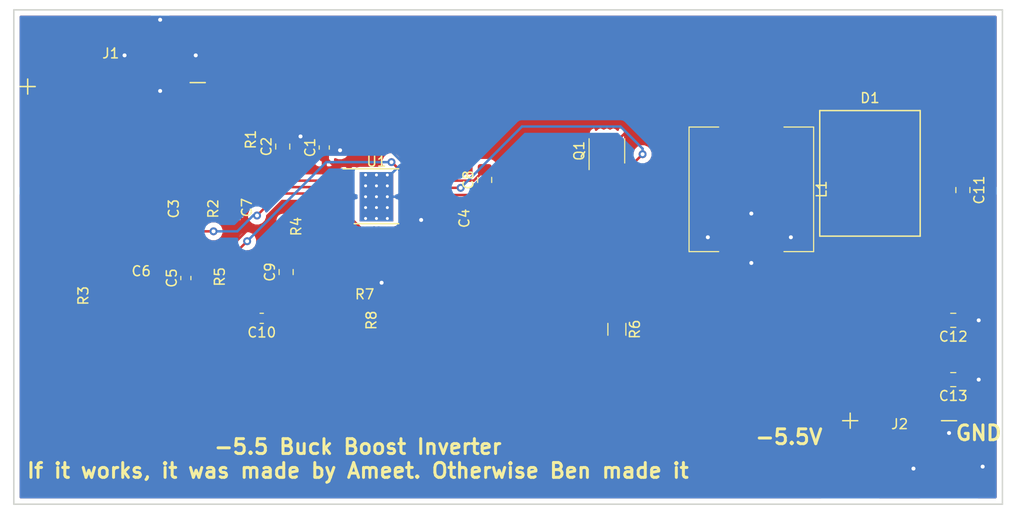
<source format=kicad_pcb>
(kicad_pcb (version 20171130) (host pcbnew 5.0.2-bee76a0~70~ubuntu18.04.1)

  (general
    (thickness 1.6)
    (drawings 7)
    (tracks 251)
    (zones 0)
    (modules 27)
    (nets 18)
  )

  (page A4)
  (layers
    (0 F.Cu signal)
    (31 B.Cu signal)
    (32 B.Adhes user)
    (33 F.Adhes user)
    (34 B.Paste user)
    (35 F.Paste user)
    (36 B.SilkS user)
    (37 F.SilkS user)
    (38 B.Mask user)
    (39 F.Mask user)
    (40 Dwgs.User user)
    (41 Cmts.User user)
    (42 Eco1.User user)
    (43 Eco2.User user)
    (44 Edge.Cuts user)
    (45 Margin user)
    (46 B.CrtYd user)
    (47 F.CrtYd user)
    (48 B.Fab user)
    (49 F.Fab user)
  )

  (setup
    (last_trace_width 0.25)
    (trace_clearance 0.2)
    (zone_clearance 0.508)
    (zone_45_only no)
    (trace_min 0.2)
    (segment_width 0.2)
    (edge_width 0.15)
    (via_size 0.8)
    (via_drill 0.4)
    (via_min_size 0.4)
    (via_min_drill 0.3)
    (uvia_size 0.3)
    (uvia_drill 0.1)
    (uvias_allowed no)
    (uvia_min_size 0.2)
    (uvia_min_drill 0.1)
    (pcb_text_width 0.3)
    (pcb_text_size 1.5 1.5)
    (mod_edge_width 0.15)
    (mod_text_size 1 1)
    (mod_text_width 0.15)
    (pad_size 1.524 1.524)
    (pad_drill 0.762)
    (pad_to_mask_clearance 0.051)
    (solder_mask_min_width 0.25)
    (aux_axis_origin 0 0)
    (visible_elements FFFFFF7F)
    (pcbplotparams
      (layerselection 0x010fc_ffffffff)
      (usegerberextensions false)
      (usegerberattributes false)
      (usegerberadvancedattributes false)
      (creategerberjobfile false)
      (excludeedgelayer true)
      (linewidth 0.100000)
      (plotframeref false)
      (viasonmask false)
      (mode 1)
      (useauxorigin false)
      (hpglpennumber 1)
      (hpglpenspeed 20)
      (hpglpendiameter 15.000000)
      (psnegative false)
      (psa4output false)
      (plotreference true)
      (plotvalue true)
      (plotinvisibletext false)
      (padsonsilk false)
      (subtractmaskfromsilk false)
      (outputformat 1)
      (mirror false)
      (drillshape 0)
      (scaleselection 1)
      (outputdirectory "gerbers/"))
  )

  (net 0 "")
  (net 1 "Net-(C1-Pad1)")
  (net 2 GND)
  (net 3 "Net-(C11-Pad2)")
  (net 4 "Net-(C3-Pad1)")
  (net 5 "Net-(C4-Pad1)")
  (net 6 "Net-(C5-Pad1)")
  (net 7 "Net-(C6-Pad1)")
  (net 8 "Net-(C7-Pad1)")
  (net 9 "Net-(C8-Pad1)")
  (net 10 "Net-(C8-Pad2)")
  (net 11 "Net-(C9-Pad2)")
  (net 12 "Net-(C10-Pad1)")
  (net 13 "Net-(C10-Pad2)")
  (net 14 "Net-(D1-Pad2)")
  (net 15 "Net-(Q1-Pad4)")
  (net 16 "Net-(R4-Pad1)")
  (net 17 "Net-(R6-Pad2)")

  (net_class Default "This is the default net class."
    (clearance 0.2)
    (trace_width 0.25)
    (via_dia 0.8)
    (via_drill 0.4)
    (uvia_dia 0.3)
    (uvia_drill 0.1)
    (add_net GND)
    (add_net "Net-(C1-Pad1)")
    (add_net "Net-(C10-Pad1)")
    (add_net "Net-(C10-Pad2)")
    (add_net "Net-(C11-Pad2)")
    (add_net "Net-(C3-Pad1)")
    (add_net "Net-(C4-Pad1)")
    (add_net "Net-(C5-Pad1)")
    (add_net "Net-(C6-Pad1)")
    (add_net "Net-(C7-Pad1)")
    (add_net "Net-(C8-Pad1)")
    (add_net "Net-(C8-Pad2)")
    (add_net "Net-(C9-Pad2)")
    (add_net "Net-(D1-Pad2)")
    (add_net "Net-(Q1-Pad4)")
    (add_net "Net-(R4-Pad1)")
    (add_net "Net-(R6-Pad2)")
  )

  (module Package_SON:VSON-8_3.3x3.3mm_P0.65mm_NexFET (layer F.Cu) (tedit 5CAFC20E) (tstamp 5CC66334)
    (at 129.99 84.26 90)
    (descr "8-Lead Plastic Dual Flat, No Lead Package (MF) - 3.3x3.3x1 mm Body [VSON] http://www.ti.com/lit/ds/symlink/csd87334q3d.pdf")
    (tags "VSON 0.65")
    (path /5CAEFB27)
    (attr smd)
    (fp_text reference Q1 (at 0 -2.8 90) (layer F.SilkS)
      (effects (font (size 1 1) (thickness 0.15)))
    )
    (fp_text value CSD19537Q3 (at 0 2.8 90) (layer F.Fab)
      (effects (font (size 1 1) (thickness 0.15)))
    )
    (fp_text user %R (at 0 0 90) (layer F.Fab)
      (effects (font (size 0.7 0.7) (thickness 0.1)))
    )
    (fp_line (start -0.5 -1.65) (end 1.65 -1.65) (layer F.Fab) (width 0.1))
    (fp_line (start 1.65 -1.65) (end 1.65 1.65) (layer F.Fab) (width 0.1))
    (fp_line (start 1.65 1.65) (end -1.65 1.65) (layer F.Fab) (width 0.1))
    (fp_line (start -1.65 1.65) (end -1.65 -0.5) (layer F.Fab) (width 0.1))
    (fp_line (start -1.65 -0.5) (end -0.5 -1.65) (layer F.Fab) (width 0.1))
    (fp_line (start -2 -1.9) (end -2 1.9) (layer F.CrtYd) (width 0.05))
    (fp_line (start 2 -1.9) (end 2 1.9) (layer F.CrtYd) (width 0.05))
    (fp_line (start -2 -1.9) (end 2 -1.9) (layer F.CrtYd) (width 0.05))
    (fp_line (start -2 1.9) (end 2 1.9) (layer F.CrtYd) (width 0.05))
    (fp_line (start -1.23 1.8) (end 1.23 1.8) (layer F.SilkS) (width 0.12))
    (fp_line (start -1.9 -1.8) (end 1.23 -1.8) (layer F.SilkS) (width 0.12))
    (pad 1 smd rect (at -1.44 -0.97 90) (size 0.63 0.5) (layers F.Cu F.Paste F.Mask)
      (net 9 "Net-(C8-Pad1)"))
    (pad 2 smd rect (at -1.44 -0.33 90) (size 0.63 0.5) (layers F.Cu F.Paste F.Mask)
      (net 9 "Net-(C8-Pad1)"))
    (pad 3 smd rect (at -1.44 0.33 90) (size 0.63 0.5) (layers F.Cu F.Paste F.Mask)
      (net 9 "Net-(C8-Pad1)"))
    (pad 4 smd rect (at -1.44 0.97 90) (size 0.63 0.5) (layers F.Cu F.Paste F.Mask)
      (net 15 "Net-(Q1-Pad4)"))
    (pad 5 smd rect (at 1.44 0.97 90) (size 0.63 0.5) (layers F.Cu F.Paste F.Mask)
      (net 1 "Net-(C1-Pad1)"))
    (pad 5 smd rect (at 1.44 0.33 90) (size 0.63 0.5) (layers F.Cu F.Paste F.Mask)
      (net 1 "Net-(C1-Pad1)"))
    (pad 5 smd rect (at 1.44 -0.33 90) (size 0.63 0.5) (layers F.Cu F.Paste F.Mask)
      (net 1 "Net-(C1-Pad1)"))
    (pad 5 smd rect (at 1.44 -0.97 90) (size 0.63 0.5) (layers F.Cu F.Paste F.Mask)
      (net 1 "Net-(C1-Pad1)"))
    (pad 5 smd rect (at 0.86 0.61 90) (size 0.95 1.23) (layers F.Cu F.Paste F.Mask)
      (net 1 "Net-(C1-Pad1)") (solder_paste_margin_ratio -0.2))
    (pad 5 smd rect (at 0.86 -0.61 90) (size 0.95 1.23) (layers F.Cu F.Paste F.Mask)
      (net 1 "Net-(C1-Pad1)") (solder_paste_margin_ratio -0.2))
    (pad 5 smd rect (at -0.09 0.61 90) (size 0.95 1.23) (layers F.Cu F.Paste F.Mask)
      (net 1 "Net-(C1-Pad1)") (solder_paste_margin_ratio -0.2))
    (pad 5 smd rect (at -0.09 -0.61 90) (size 0.95 1.23) (layers F.Cu F.Paste F.Mask)
      (net 1 "Net-(C1-Pad1)") (solder_paste_margin_ratio -0.2))
    (model ${KISYS3DMOD}/Package_SON.3dshapes/VSON-8_3.3x3.3mm_P0.65mm_NexFET.wrl
      (at (xyz 0 0 0))
      (scale (xyz 1 1 1))
      (rotate (xyz 0 0 0))
    )
  )

  (module project_lib:PowerPads (layer F.Cu) (tedit 5CAFB927) (tstamp 5CAFADB2)
    (at 79.8 74.6)
    (path /5CB3D397)
    (fp_text reference J1 (at 0 -0.2) (layer F.SilkS)
      (effects (font (size 1 1) (thickness 0.15)))
    )
    (fp_text value Conn_01x02_Male (at 0 -3.6) (layer F.Fab)
      (effects (font (size 1 1) (thickness 0.15)))
    )
    (fp_text user - (at 8.8 2.6) (layer F.SilkS)
      (effects (font (size 2 2) (thickness 0.15)))
    )
    (fp_text user + (at -8.4 3) (layer F.SilkS)
      (effects (font (size 2 2) (thickness 0.15)))
    )
    (pad 2 smd rect (at 5 0) (size 5 5) (layers F.Cu F.Paste F.Mask)
      (net 2 GND))
    (pad 1 smd rect (at -5 0) (size 5 5) (layers F.Cu F.Paste F.Mask)
      (net 1 "Net-(C1-Pad1)"))
  )

  (module project_lib:PowerPads (layer F.Cu) (tedit 5CAFB927) (tstamp 5CBC8C40)
    (at 159.6 116.4)
    (path /5CB43060)
    (fp_text reference J2 (at 0 -4.5) (layer F.SilkS)
      (effects (font (size 1 1) (thickness 0.15)))
    )
    (fp_text value Conn_01x02_Male (at 0 -5.5) (layer F.Fab)
      (effects (font (size 1 1) (thickness 0.15)))
    )
    (fp_text user - (at 5 -5) (layer F.SilkS)
      (effects (font (size 2 2) (thickness 0.15)))
    )
    (fp_text user + (at -5 -5) (layer F.SilkS)
      (effects (font (size 2 2) (thickness 0.15)))
    )
    (pad 2 smd rect (at 5 0) (size 5 5) (layers F.Cu F.Paste F.Mask)
      (net 2 GND))
    (pad 1 smd rect (at -5 0) (size 5 5) (layers F.Cu F.Paste F.Mask)
      (net 3 "Net-(C11-Pad2)"))
  )

  (module project_lib:VS-50WQ10FNTR-M3 (layer F.Cu) (tedit 5CAFB5F0) (tstamp 5CBC8308)
    (at 156.6 90.345)
    (path /5CAEFFBB)
    (fp_text reference D1 (at 0 -11.43) (layer F.SilkS)
      (effects (font (size 1 1) (thickness 0.15)))
    )
    (fp_text value D_Schottky (at 0 -12.7) (layer F.Fab)
      (effects (font (size 1 1) (thickness 0.15)))
    )
    (fp_line (start -5.08 2.54) (end -5.08 -10.16) (layer F.SilkS) (width 0.15))
    (fp_line (start 5.08 2.54) (end -5.08 2.54) (layer F.SilkS) (width 0.15))
    (fp_line (start 5.08 -10.16) (end 5.08 2.54) (layer F.SilkS) (width 0.15))
    (fp_line (start -5.08 -10.16) (end 5.08 -10.16) (layer F.SilkS) (width 0.15))
    (pad 1 smd rect (at 0 -6.145) (size 6.74 6.23) (layers F.Cu F.Paste F.Mask)
      (net 9 "Net-(C8-Pad1)"))
    (pad 2 smd rect (at 2.38 0) (size 1.524 2.28) (layers F.Cu F.Paste F.Mask)
      (net 14 "Net-(D1-Pad2)"))
    (pad 2 smd rect (at -2.38 0) (size 1.524 2.28) (layers F.Cu F.Paste F.Mask)
      (net 14 "Net-(D1-Pad2)"))
  )

  (module Capacitor_SMD:C_0603_1608Metric_Pad1.05x0.95mm_HandSolder (layer F.Cu) (tedit 5B301BBE) (tstamp 5CAFAE8D)
    (at 101.4 83.925 90)
    (descr "Capacitor SMD 0603 (1608 Metric), square (rectangular) end terminal, IPC_7351 nominal with elongated pad for handsoldering. (Body size source: http://www.tortai-tech.com/upload/download/2011102023233369053.pdf), generated with kicad-footprint-generator")
    (tags "capacitor handsolder")
    (path /5CAE6305)
    (attr smd)
    (fp_text reference C1 (at 0 -1.43 90) (layer F.SilkS)
      (effects (font (size 1 1) (thickness 0.15)))
    )
    (fp_text value 1.5uF (at 0 1.43 90) (layer F.Fab)
      (effects (font (size 1 1) (thickness 0.15)))
    )
    (fp_line (start -0.8 0.4) (end -0.8 -0.4) (layer F.Fab) (width 0.1))
    (fp_line (start -0.8 -0.4) (end 0.8 -0.4) (layer F.Fab) (width 0.1))
    (fp_line (start 0.8 -0.4) (end 0.8 0.4) (layer F.Fab) (width 0.1))
    (fp_line (start 0.8 0.4) (end -0.8 0.4) (layer F.Fab) (width 0.1))
    (fp_line (start -0.171267 -0.51) (end 0.171267 -0.51) (layer F.SilkS) (width 0.12))
    (fp_line (start -0.171267 0.51) (end 0.171267 0.51) (layer F.SilkS) (width 0.12))
    (fp_line (start -1.65 0.73) (end -1.65 -0.73) (layer F.CrtYd) (width 0.05))
    (fp_line (start -1.65 -0.73) (end 1.65 -0.73) (layer F.CrtYd) (width 0.05))
    (fp_line (start 1.65 -0.73) (end 1.65 0.73) (layer F.CrtYd) (width 0.05))
    (fp_line (start 1.65 0.73) (end -1.65 0.73) (layer F.CrtYd) (width 0.05))
    (fp_text user %R (at 0 0 90) (layer F.Fab)
      (effects (font (size 0.4 0.4) (thickness 0.06)))
    )
    (pad 1 smd roundrect (at -0.875 0 90) (size 1.05 0.95) (layers F.Cu F.Paste F.Mask) (roundrect_rratio 0.25)
      (net 1 "Net-(C1-Pad1)"))
    (pad 2 smd roundrect (at 0.875 0 90) (size 1.05 0.95) (layers F.Cu F.Paste F.Mask) (roundrect_rratio 0.25)
      (net 2 GND))
    (model ${KISYS3DMOD}/Capacitor_SMD.3dshapes/C_0603_1608Metric.wrl
      (at (xyz 0 0 0))
      (scale (xyz 1 1 1))
      (rotate (xyz 0 0 0))
    )
  )

  (module Capacitor_SMD:C_0805_2012Metric_Pad1.15x1.40mm_HandSolder (layer F.Cu) (tedit 5B36C52B) (tstamp 5CC66197)
    (at 97.2 83.825 90)
    (descr "Capacitor SMD 0805 (2012 Metric), square (rectangular) end terminal, IPC_7351 nominal with elongated pad for handsoldering. (Body size source: https://docs.google.com/spreadsheets/d/1BsfQQcO9C6DZCsRaXUlFlo91Tg2WpOkGARC1WS5S8t0/edit?usp=sharing), generated with kicad-footprint-generator")
    (tags "capacitor handsolder")
    (path /5CAE6251)
    (attr smd)
    (fp_text reference C2 (at 0 -1.65 90) (layer F.SilkS)
      (effects (font (size 1 1) (thickness 0.15)))
    )
    (fp_text value 100nF (at 0 1.65 90) (layer F.Fab)
      (effects (font (size 1 1) (thickness 0.15)))
    )
    (fp_text user %R (at 0 0 90) (layer F.Fab)
      (effects (font (size 0.5 0.5) (thickness 0.08)))
    )
    (fp_line (start 1.85 0.95) (end -1.85 0.95) (layer F.CrtYd) (width 0.05))
    (fp_line (start 1.85 -0.95) (end 1.85 0.95) (layer F.CrtYd) (width 0.05))
    (fp_line (start -1.85 -0.95) (end 1.85 -0.95) (layer F.CrtYd) (width 0.05))
    (fp_line (start -1.85 0.95) (end -1.85 -0.95) (layer F.CrtYd) (width 0.05))
    (fp_line (start -0.261252 0.71) (end 0.261252 0.71) (layer F.SilkS) (width 0.12))
    (fp_line (start -0.261252 -0.71) (end 0.261252 -0.71) (layer F.SilkS) (width 0.12))
    (fp_line (start 1 0.6) (end -1 0.6) (layer F.Fab) (width 0.1))
    (fp_line (start 1 -0.6) (end 1 0.6) (layer F.Fab) (width 0.1))
    (fp_line (start -1 -0.6) (end 1 -0.6) (layer F.Fab) (width 0.1))
    (fp_line (start -1 0.6) (end -1 -0.6) (layer F.Fab) (width 0.1))
    (pad 2 smd roundrect (at 1.025 0 90) (size 1.15 1.4) (layers F.Cu F.Paste F.Mask) (roundrect_rratio 0.217391)
      (net 2 GND))
    (pad 1 smd roundrect (at -1.025 0 90) (size 1.15 1.4) (layers F.Cu F.Paste F.Mask) (roundrect_rratio 0.217391)
      (net 1 "Net-(C1-Pad1)"))
    (model ${KISYS3DMOD}/Capacitor_SMD.3dshapes/C_0805_2012Metric.wrl
      (at (xyz 0 0 0))
      (scale (xyz 1 1 1))
      (rotate (xyz 0 0 0))
    )
  )

  (module Capacitor_SMD:C_0402_1005Metric (layer F.Cu) (tedit 5B301BBE) (tstamp 5CAFB0E4)
    (at 85 90.115 270)
    (descr "Capacitor SMD 0402 (1005 Metric), square (rectangular) end terminal, IPC_7351 nominal, (Body size source: http://www.tortai-tech.com/upload/download/2011102023233369053.pdf), generated with kicad-footprint-generator")
    (tags capacitor)
    (path /5CAE6690)
    (attr smd)
    (fp_text reference C3 (at 0 -1.17 270) (layer F.SilkS)
      (effects (font (size 1 1) (thickness 0.15)))
    )
    (fp_text value C (at 0 1.17 270) (layer F.Fab)
      (effects (font (size 1 1) (thickness 0.15)))
    )
    (fp_text user %R (at 0 0 270) (layer F.Fab)
      (effects (font (size 0.25 0.25) (thickness 0.04)))
    )
    (fp_line (start 0.93 0.47) (end -0.93 0.47) (layer F.CrtYd) (width 0.05))
    (fp_line (start 0.93 -0.47) (end 0.93 0.47) (layer F.CrtYd) (width 0.05))
    (fp_line (start -0.93 -0.47) (end 0.93 -0.47) (layer F.CrtYd) (width 0.05))
    (fp_line (start -0.93 0.47) (end -0.93 -0.47) (layer F.CrtYd) (width 0.05))
    (fp_line (start 0.5 0.25) (end -0.5 0.25) (layer F.Fab) (width 0.1))
    (fp_line (start 0.5 -0.25) (end 0.5 0.25) (layer F.Fab) (width 0.1))
    (fp_line (start -0.5 -0.25) (end 0.5 -0.25) (layer F.Fab) (width 0.1))
    (fp_line (start -0.5 0.25) (end -0.5 -0.25) (layer F.Fab) (width 0.1))
    (pad 2 smd roundrect (at 0.485 0 270) (size 0.59 0.64) (layers F.Cu F.Paste F.Mask) (roundrect_rratio 0.25)
      (net 3 "Net-(C11-Pad2)"))
    (pad 1 smd roundrect (at -0.485 0 270) (size 0.59 0.64) (layers F.Cu F.Paste F.Mask) (roundrect_rratio 0.25)
      (net 4 "Net-(C3-Pad1)"))
    (model ${KISYS3DMOD}/Capacitor_SMD.3dshapes/C_0402_1005Metric.wrl
      (at (xyz 0 0 0))
      (scale (xyz 1 1 1))
      (rotate (xyz 0 0 0))
    )
  )

  (module Capacitor_SMD:C_0402_1005Metric (layer F.Cu) (tedit 5B301BBE) (tstamp 5CC66402)
    (at 114.4 91.085 270)
    (descr "Capacitor SMD 0402 (1005 Metric), square (rectangular) end terminal, IPC_7351 nominal, (Body size source: http://www.tortai-tech.com/upload/download/2011102023233369053.pdf), generated with kicad-footprint-generator")
    (tags capacitor)
    (path /5CAE6962)
    (attr smd)
    (fp_text reference C4 (at 0 -1.17 270) (layer F.SilkS)
      (effects (font (size 1 1) (thickness 0.15)))
    )
    (fp_text value 39nF (at 0 1.17 270) (layer F.Fab)
      (effects (font (size 1 1) (thickness 0.15)))
    )
    (fp_line (start -0.5 0.25) (end -0.5 -0.25) (layer F.Fab) (width 0.1))
    (fp_line (start -0.5 -0.25) (end 0.5 -0.25) (layer F.Fab) (width 0.1))
    (fp_line (start 0.5 -0.25) (end 0.5 0.25) (layer F.Fab) (width 0.1))
    (fp_line (start 0.5 0.25) (end -0.5 0.25) (layer F.Fab) (width 0.1))
    (fp_line (start -0.93 0.47) (end -0.93 -0.47) (layer F.CrtYd) (width 0.05))
    (fp_line (start -0.93 -0.47) (end 0.93 -0.47) (layer F.CrtYd) (width 0.05))
    (fp_line (start 0.93 -0.47) (end 0.93 0.47) (layer F.CrtYd) (width 0.05))
    (fp_line (start 0.93 0.47) (end -0.93 0.47) (layer F.CrtYd) (width 0.05))
    (fp_text user %R (at 0 0 270) (layer F.Fab)
      (effects (font (size 0.25 0.25) (thickness 0.04)))
    )
    (pad 1 smd roundrect (at -0.485 0 270) (size 0.59 0.64) (layers F.Cu F.Paste F.Mask) (roundrect_rratio 0.25)
      (net 5 "Net-(C4-Pad1)"))
    (pad 2 smd roundrect (at 0.485 0 270) (size 0.59 0.64) (layers F.Cu F.Paste F.Mask) (roundrect_rratio 0.25)
      (net 3 "Net-(C11-Pad2)"))
    (model ${KISYS3DMOD}/Capacitor_SMD.3dshapes/C_0402_1005Metric.wrl
      (at (xyz 0 0 0))
      (scale (xyz 1 1 1))
      (rotate (xyz 0 0 0))
    )
  )

  (module Capacitor_SMD:C_0603_1608Metric_Pad1.05x0.95mm_HandSolder (layer F.Cu) (tedit 5B301BBE) (tstamp 5CC66A99)
    (at 87.4 97.125 90)
    (descr "Capacitor SMD 0603 (1608 Metric), square (rectangular) end terminal, IPC_7351 nominal with elongated pad for handsoldering. (Body size source: http://www.tortai-tech.com/upload/download/2011102023233369053.pdf), generated with kicad-footprint-generator")
    (tags "capacitor handsolder")
    (path /5CAEB82C)
    (attr smd)
    (fp_text reference C5 (at 0 -1.43 90) (layer F.SilkS)
      (effects (font (size 1 1) (thickness 0.15)))
    )
    (fp_text value 100nF (at 0 1.43 90) (layer F.Fab)
      (effects (font (size 1 1) (thickness 0.15)))
    )
    (fp_line (start -0.8 0.4) (end -0.8 -0.4) (layer F.Fab) (width 0.1))
    (fp_line (start -0.8 -0.4) (end 0.8 -0.4) (layer F.Fab) (width 0.1))
    (fp_line (start 0.8 -0.4) (end 0.8 0.4) (layer F.Fab) (width 0.1))
    (fp_line (start 0.8 0.4) (end -0.8 0.4) (layer F.Fab) (width 0.1))
    (fp_line (start -0.171267 -0.51) (end 0.171267 -0.51) (layer F.SilkS) (width 0.12))
    (fp_line (start -0.171267 0.51) (end 0.171267 0.51) (layer F.SilkS) (width 0.12))
    (fp_line (start -1.65 0.73) (end -1.65 -0.73) (layer F.CrtYd) (width 0.05))
    (fp_line (start -1.65 -0.73) (end 1.65 -0.73) (layer F.CrtYd) (width 0.05))
    (fp_line (start 1.65 -0.73) (end 1.65 0.73) (layer F.CrtYd) (width 0.05))
    (fp_line (start 1.65 0.73) (end -1.65 0.73) (layer F.CrtYd) (width 0.05))
    (fp_text user %R (at 0 0 90) (layer F.Fab)
      (effects (font (size 0.4 0.4) (thickness 0.06)))
    )
    (pad 1 smd roundrect (at -0.875 0 90) (size 1.05 0.95) (layers F.Cu F.Paste F.Mask) (roundrect_rratio 0.25)
      (net 6 "Net-(C5-Pad1)"))
    (pad 2 smd roundrect (at 0.875 0 90) (size 1.05 0.95) (layers F.Cu F.Paste F.Mask) (roundrect_rratio 0.25)
      (net 3 "Net-(C11-Pad2)"))
    (model ${KISYS3DMOD}/Capacitor_SMD.3dshapes/C_0603_1608Metric.wrl
      (at (xyz 0 0 0))
      (scale (xyz 1 1 1))
      (rotate (xyz 0 0 0))
    )
  )

  (module Capacitor_SMD:C_0402_1005Metric (layer F.Cu) (tedit 5B301BBE) (tstamp 5CC6624F)
    (at 82.885 97.6)
    (descr "Capacitor SMD 0402 (1005 Metric), square (rectangular) end terminal, IPC_7351 nominal, (Body size source: http://www.tortai-tech.com/upload/download/2011102023233369053.pdf), generated with kicad-footprint-generator")
    (tags capacitor)
    (path /5CAE6847)
    (attr smd)
    (fp_text reference C6 (at 0 -1.17) (layer F.SilkS)
      (effects (font (size 1 1) (thickness 0.15)))
    )
    (fp_text value 200pF (at 0 1.17) (layer F.Fab)
      (effects (font (size 1 1) (thickness 0.15)))
    )
    (fp_text user %R (at 0 0) (layer F.Fab)
      (effects (font (size 0.25 0.25) (thickness 0.04)))
    )
    (fp_line (start 0.93 0.47) (end -0.93 0.47) (layer F.CrtYd) (width 0.05))
    (fp_line (start 0.93 -0.47) (end 0.93 0.47) (layer F.CrtYd) (width 0.05))
    (fp_line (start -0.93 -0.47) (end 0.93 -0.47) (layer F.CrtYd) (width 0.05))
    (fp_line (start -0.93 0.47) (end -0.93 -0.47) (layer F.CrtYd) (width 0.05))
    (fp_line (start 0.5 0.25) (end -0.5 0.25) (layer F.Fab) (width 0.1))
    (fp_line (start 0.5 -0.25) (end 0.5 0.25) (layer F.Fab) (width 0.1))
    (fp_line (start -0.5 -0.25) (end 0.5 -0.25) (layer F.Fab) (width 0.1))
    (fp_line (start -0.5 0.25) (end -0.5 -0.25) (layer F.Fab) (width 0.1))
    (pad 2 smd roundrect (at 0.485 0) (size 0.59 0.64) (layers F.Cu F.Paste F.Mask) (roundrect_rratio 0.25)
      (net 3 "Net-(C11-Pad2)"))
    (pad 1 smd roundrect (at -0.485 0) (size 0.59 0.64) (layers F.Cu F.Paste F.Mask) (roundrect_rratio 0.25)
      (net 7 "Net-(C6-Pad1)"))
    (model ${KISYS3DMOD}/Capacitor_SMD.3dshapes/C_0402_1005Metric.wrl
      (at (xyz 0 0 0))
      (scale (xyz 1 1 1))
      (rotate (xyz 0 0 0))
    )
  )

  (module Capacitor_SMD:C_0402_1005Metric (layer F.Cu) (tedit 5CAFCB71) (tstamp 5CBC63F5)
    (at 92.4 90 270)
    (descr "Capacitor SMD 0402 (1005 Metric), square (rectangular) end terminal, IPC_7351 nominal, (Body size source: http://www.tortai-tech.com/upload/download/2011102023233369053.pdf), generated with kicad-footprint-generator")
    (tags capacitor)
    (path /5CAE67C9)
    (attr smd)
    (fp_text reference C7 (at 0 -1.17 270) (layer F.SilkS)
      (effects (font (size 1 1) (thickness 0.15)))
    )
    (fp_text value 33nF (at 0 1.17 270) (layer F.Fab)
      (effects (font (size 1 1) (thickness 0.15)))
    )
    (fp_line (start -0.5 0.25) (end -0.5 -0.25) (layer F.Fab) (width 0.1))
    (fp_line (start -0.5 -0.25) (end 0.5 -0.25) (layer F.Fab) (width 0.1))
    (fp_line (start 0.5 -0.25) (end 0.5 0.25) (layer F.Fab) (width 0.1))
    (fp_line (start 0.5 0.25) (end -0.5 0.25) (layer F.Fab) (width 0.1))
    (fp_line (start -0.93 0.47) (end -0.93 -0.47) (layer F.CrtYd) (width 0.05))
    (fp_line (start -0.93 -0.47) (end 0.93 -0.47) (layer F.CrtYd) (width 0.05))
    (fp_line (start 0.93 -0.47) (end 0.93 0.47) (layer F.CrtYd) (width 0.05))
    (fp_line (start 0.93 0.47) (end -0.93 0.47) (layer F.CrtYd) (width 0.05))
    (fp_text user %R (at 0 0 270) (layer F.Fab)
      (effects (font (size 0.25 0.25) (thickness 0.04)))
    )
    (pad 1 smd roundrect (at -0.485 0 270) (size 0.59 0.64) (layers F.Cu F.Paste F.Mask) (roundrect_rratio 0.25)
      (net 8 "Net-(C7-Pad1)"))
    (pad 2 smd roundrect (at 0.485 0 270) (size 0.59 0.64) (layers F.Cu F.Paste F.Mask) (roundrect_rratio 0.25)
      (net 3 "Net-(C11-Pad2)"))
    (model ${KISYS3DMOD}/Capacitor_SMD.3dshapes/C_0402_1005Metric.wrl
      (at (xyz 0 0 0))
      (scale (xyz 1 1 1))
      (rotate (xyz 0 0 0))
    )
  )

  (module Capacitor_SMD:C_0805_2012Metric_Pad1.15x1.40mm_HandSolder (layer F.Cu) (tedit 5B36C52B) (tstamp 5CAFBA31)
    (at 117.625 87.2 90)
    (descr "Capacitor SMD 0805 (2012 Metric), square (rectangular) end terminal, IPC_7351 nominal with elongated pad for handsoldering. (Body size source: https://docs.google.com/spreadsheets/d/1BsfQQcO9C6DZCsRaXUlFlo91Tg2WpOkGARC1WS5S8t0/edit?usp=sharing), generated with kicad-footprint-generator")
    (tags "capacitor handsolder")
    (path /5CAF0233)
    (attr smd)
    (fp_text reference C8 (at 0 -1.65 90) (layer F.SilkS)
      (effects (font (size 1 1) (thickness 0.15)))
    )
    (fp_text value 100nF (at 0 1.65 90) (layer F.Fab)
      (effects (font (size 1 1) (thickness 0.15)))
    )
    (fp_line (start -1 0.6) (end -1 -0.6) (layer F.Fab) (width 0.1))
    (fp_line (start -1 -0.6) (end 1 -0.6) (layer F.Fab) (width 0.1))
    (fp_line (start 1 -0.6) (end 1 0.6) (layer F.Fab) (width 0.1))
    (fp_line (start 1 0.6) (end -1 0.6) (layer F.Fab) (width 0.1))
    (fp_line (start -0.261252 -0.71) (end 0.261252 -0.71) (layer F.SilkS) (width 0.12))
    (fp_line (start -0.261252 0.71) (end 0.261252 0.71) (layer F.SilkS) (width 0.12))
    (fp_line (start -1.85 0.95) (end -1.85 -0.95) (layer F.CrtYd) (width 0.05))
    (fp_line (start -1.85 -0.95) (end 1.85 -0.95) (layer F.CrtYd) (width 0.05))
    (fp_line (start 1.85 -0.95) (end 1.85 0.95) (layer F.CrtYd) (width 0.05))
    (fp_line (start 1.85 0.95) (end -1.85 0.95) (layer F.CrtYd) (width 0.05))
    (fp_text user %R (at 0 0 90) (layer F.Fab)
      (effects (font (size 0.5 0.5) (thickness 0.08)))
    )
    (pad 1 smd roundrect (at -1.025 0 90) (size 1.15 1.4) (layers F.Cu F.Paste F.Mask) (roundrect_rratio 0.217391)
      (net 9 "Net-(C8-Pad1)"))
    (pad 2 smd roundrect (at 1.025 0 90) (size 1.15 1.4) (layers F.Cu F.Paste F.Mask) (roundrect_rratio 0.217391)
      (net 10 "Net-(C8-Pad2)"))
    (model ${KISYS3DMOD}/Capacitor_SMD.3dshapes/C_0805_2012Metric.wrl
      (at (xyz 0 0 0))
      (scale (xyz 1 1 1))
      (rotate (xyz 0 0 0))
    )
  )

  (module Capacitor_SMD:C_0805_2012Metric_Pad1.15x1.40mm_HandSolder (layer F.Cu) (tedit 5B36C52B) (tstamp 5CC65FAB)
    (at 97.545 96.52 90)
    (descr "Capacitor SMD 0805 (2012 Metric), square (rectangular) end terminal, IPC_7351 nominal with elongated pad for handsoldering. (Body size source: https://docs.google.com/spreadsheets/d/1BsfQQcO9C6DZCsRaXUlFlo91Tg2WpOkGARC1WS5S8t0/edit?usp=sharing), generated with kicad-footprint-generator")
    (tags "capacitor handsolder")
    (path /5CAED2AC)
    (attr smd)
    (fp_text reference C9 (at 0 -1.65 90) (layer F.SilkS)
      (effects (font (size 1 1) (thickness 0.15)))
    )
    (fp_text value 160pF (at 0 1.65 90) (layer F.Fab)
      (effects (font (size 1 1) (thickness 0.15)))
    )
    (fp_text user %R (at 0 0 90) (layer F.Fab)
      (effects (font (size 0.5 0.5) (thickness 0.08)))
    )
    (fp_line (start 1.85 0.95) (end -1.85 0.95) (layer F.CrtYd) (width 0.05))
    (fp_line (start 1.85 -0.95) (end 1.85 0.95) (layer F.CrtYd) (width 0.05))
    (fp_line (start -1.85 -0.95) (end 1.85 -0.95) (layer F.CrtYd) (width 0.05))
    (fp_line (start -1.85 0.95) (end -1.85 -0.95) (layer F.CrtYd) (width 0.05))
    (fp_line (start -0.261252 0.71) (end 0.261252 0.71) (layer F.SilkS) (width 0.12))
    (fp_line (start -0.261252 -0.71) (end 0.261252 -0.71) (layer F.SilkS) (width 0.12))
    (fp_line (start 1 0.6) (end -1 0.6) (layer F.Fab) (width 0.1))
    (fp_line (start 1 -0.6) (end 1 0.6) (layer F.Fab) (width 0.1))
    (fp_line (start -1 -0.6) (end 1 -0.6) (layer F.Fab) (width 0.1))
    (fp_line (start -1 0.6) (end -1 -0.6) (layer F.Fab) (width 0.1))
    (pad 2 smd roundrect (at 1.025 0 90) (size 1.15 1.4) (layers F.Cu F.Paste F.Mask) (roundrect_rratio 0.217391)
      (net 11 "Net-(C9-Pad2)"))
    (pad 1 smd roundrect (at -1.025 0 90) (size 1.15 1.4) (layers F.Cu F.Paste F.Mask) (roundrect_rratio 0.217391)
      (net 12 "Net-(C10-Pad1)"))
    (model ${KISYS3DMOD}/Capacitor_SMD.3dshapes/C_0805_2012Metric.wrl
      (at (xyz 0 0 0))
      (scale (xyz 1 1 1))
      (rotate (xyz 0 0 0))
    )
  )

  (module Capacitor_SMD:C_0603_1608Metric_Pad1.05x0.95mm_HandSolder (layer F.Cu) (tedit 5B301BBE) (tstamp 5CC65E46)
    (at 95.075 101.2 180)
    (descr "Capacitor SMD 0603 (1608 Metric), square (rectangular) end terminal, IPC_7351 nominal with elongated pad for handsoldering. (Body size source: http://www.tortai-tech.com/upload/download/2011102023233369053.pdf), generated with kicad-footprint-generator")
    (tags "capacitor handsolder")
    (path /5CAED40A)
    (attr smd)
    (fp_text reference C10 (at 0 -1.43 180) (layer F.SilkS)
      (effects (font (size 1 1) (thickness 0.15)))
    )
    (fp_text value 3nF (at 0 1.43 180) (layer F.Fab)
      (effects (font (size 1 1) (thickness 0.15)))
    )
    (fp_text user %R (at 0 0 180) (layer F.Fab)
      (effects (font (size 0.4 0.4) (thickness 0.06)))
    )
    (fp_line (start 1.65 0.73) (end -1.65 0.73) (layer F.CrtYd) (width 0.05))
    (fp_line (start 1.65 -0.73) (end 1.65 0.73) (layer F.CrtYd) (width 0.05))
    (fp_line (start -1.65 -0.73) (end 1.65 -0.73) (layer F.CrtYd) (width 0.05))
    (fp_line (start -1.65 0.73) (end -1.65 -0.73) (layer F.CrtYd) (width 0.05))
    (fp_line (start -0.171267 0.51) (end 0.171267 0.51) (layer F.SilkS) (width 0.12))
    (fp_line (start -0.171267 -0.51) (end 0.171267 -0.51) (layer F.SilkS) (width 0.12))
    (fp_line (start 0.8 0.4) (end -0.8 0.4) (layer F.Fab) (width 0.1))
    (fp_line (start 0.8 -0.4) (end 0.8 0.4) (layer F.Fab) (width 0.1))
    (fp_line (start -0.8 -0.4) (end 0.8 -0.4) (layer F.Fab) (width 0.1))
    (fp_line (start -0.8 0.4) (end -0.8 -0.4) (layer F.Fab) (width 0.1))
    (pad 2 smd roundrect (at 0.875 0 180) (size 1.05 0.95) (layers F.Cu F.Paste F.Mask) (roundrect_rratio 0.25)
      (net 13 "Net-(C10-Pad2)"))
    (pad 1 smd roundrect (at -0.875 0 180) (size 1.05 0.95) (layers F.Cu F.Paste F.Mask) (roundrect_rratio 0.25)
      (net 12 "Net-(C10-Pad1)"))
    (model ${KISYS3DMOD}/Capacitor_SMD.3dshapes/C_0603_1608Metric.wrl
      (at (xyz 0 0 0))
      (scale (xyz 1 1 1))
      (rotate (xyz 0 0 0))
    )
  )

  (module Capacitor_SMD:C_0805_2012Metric_Pad1.15x1.40mm_HandSolder (layer F.Cu) (tedit 5B36C52B) (tstamp 5CBC5CC8)
    (at 166 88.225 270)
    (descr "Capacitor SMD 0805 (2012 Metric), square (rectangular) end terminal, IPC_7351 nominal with elongated pad for handsoldering. (Body size source: https://docs.google.com/spreadsheets/d/1BsfQQcO9C6DZCsRaXUlFlo91Tg2WpOkGARC1WS5S8t0/edit?usp=sharing), generated with kicad-footprint-generator")
    (tags "capacitor handsolder")
    (path /5CAF8266)
    (attr smd)
    (fp_text reference C11 (at 0 -1.65 270) (layer F.SilkS)
      (effects (font (size 1 1) (thickness 0.15)))
    )
    (fp_text value 680nF (at 0 1.65 270) (layer F.Fab)
      (effects (font (size 1 1) (thickness 0.15)))
    )
    (fp_line (start -1 0.6) (end -1 -0.6) (layer F.Fab) (width 0.1))
    (fp_line (start -1 -0.6) (end 1 -0.6) (layer F.Fab) (width 0.1))
    (fp_line (start 1 -0.6) (end 1 0.6) (layer F.Fab) (width 0.1))
    (fp_line (start 1 0.6) (end -1 0.6) (layer F.Fab) (width 0.1))
    (fp_line (start -0.261252 -0.71) (end 0.261252 -0.71) (layer F.SilkS) (width 0.12))
    (fp_line (start -0.261252 0.71) (end 0.261252 0.71) (layer F.SilkS) (width 0.12))
    (fp_line (start -1.85 0.95) (end -1.85 -0.95) (layer F.CrtYd) (width 0.05))
    (fp_line (start -1.85 -0.95) (end 1.85 -0.95) (layer F.CrtYd) (width 0.05))
    (fp_line (start 1.85 -0.95) (end 1.85 0.95) (layer F.CrtYd) (width 0.05))
    (fp_line (start 1.85 0.95) (end -1.85 0.95) (layer F.CrtYd) (width 0.05))
    (fp_text user %R (at 0 0 270) (layer F.Fab)
      (effects (font (size 0.5 0.5) (thickness 0.08)))
    )
    (pad 1 smd roundrect (at -1.025 0 270) (size 1.15 1.4) (layers F.Cu F.Paste F.Mask) (roundrect_rratio 0.217391)
      (net 1 "Net-(C1-Pad1)"))
    (pad 2 smd roundrect (at 1.025 0 270) (size 1.15 1.4) (layers F.Cu F.Paste F.Mask) (roundrect_rratio 0.217391)
      (net 3 "Net-(C11-Pad2)"))
    (model ${KISYS3DMOD}/Capacitor_SMD.3dshapes/C_0805_2012Metric.wrl
      (at (xyz 0 0 0))
      (scale (xyz 1 1 1))
      (rotate (xyz 0 0 0))
    )
  )

  (module Capacitor_SMD:C_0805_2012Metric_Pad1.15x1.40mm_HandSolder (layer F.Cu) (tedit 5B36C52B) (tstamp 5CBC5DC4)
    (at 165.025 101.4 180)
    (descr "Capacitor SMD 0805 (2012 Metric), square (rectangular) end terminal, IPC_7351 nominal with elongated pad for handsoldering. (Body size source: https://docs.google.com/spreadsheets/d/1BsfQQcO9C6DZCsRaXUlFlo91Tg2WpOkGARC1WS5S8t0/edit?usp=sharing), generated with kicad-footprint-generator")
    (tags "capacitor handsolder")
    (path /5CAF2AAE)
    (attr smd)
    (fp_text reference C12 (at 0 -1.65 180) (layer F.SilkS)
      (effects (font (size 1 1) (thickness 0.15)))
    )
    (fp_text value 22uF (at 0 1.65 180) (layer F.Fab)
      (effects (font (size 1 1) (thickness 0.15)))
    )
    (fp_text user %R (at 0 0 180) (layer F.Fab)
      (effects (font (size 0.5 0.5) (thickness 0.08)))
    )
    (fp_line (start 1.85 0.95) (end -1.85 0.95) (layer F.CrtYd) (width 0.05))
    (fp_line (start 1.85 -0.95) (end 1.85 0.95) (layer F.CrtYd) (width 0.05))
    (fp_line (start -1.85 -0.95) (end 1.85 -0.95) (layer F.CrtYd) (width 0.05))
    (fp_line (start -1.85 0.95) (end -1.85 -0.95) (layer F.CrtYd) (width 0.05))
    (fp_line (start -0.261252 0.71) (end 0.261252 0.71) (layer F.SilkS) (width 0.12))
    (fp_line (start -0.261252 -0.71) (end 0.261252 -0.71) (layer F.SilkS) (width 0.12))
    (fp_line (start 1 0.6) (end -1 0.6) (layer F.Fab) (width 0.1))
    (fp_line (start 1 -0.6) (end 1 0.6) (layer F.Fab) (width 0.1))
    (fp_line (start -1 -0.6) (end 1 -0.6) (layer F.Fab) (width 0.1))
    (fp_line (start -1 0.6) (end -1 -0.6) (layer F.Fab) (width 0.1))
    (pad 2 smd roundrect (at 1.025 0 180) (size 1.15 1.4) (layers F.Cu F.Paste F.Mask) (roundrect_rratio 0.217391)
      (net 3 "Net-(C11-Pad2)"))
    (pad 1 smd roundrect (at -1.025 0 180) (size 1.15 1.4) (layers F.Cu F.Paste F.Mask) (roundrect_rratio 0.217391)
      (net 2 GND))
    (model ${KISYS3DMOD}/Capacitor_SMD.3dshapes/C_0805_2012Metric.wrl
      (at (xyz 0 0 0))
      (scale (xyz 1 1 1))
      (rotate (xyz 0 0 0))
    )
  )

  (module Capacitor_SMD:C_0805_2012Metric_Pad1.15x1.40mm_HandSolder (layer F.Cu) (tedit 5B36C52B) (tstamp 5CC661F1)
    (at 165.025 107.4 180)
    (descr "Capacitor SMD 0805 (2012 Metric), square (rectangular) end terminal, IPC_7351 nominal with elongated pad for handsoldering. (Body size source: https://docs.google.com/spreadsheets/d/1BsfQQcO9C6DZCsRaXUlFlo91Tg2WpOkGARC1WS5S8t0/edit?usp=sharing), generated with kicad-footprint-generator")
    (tags "capacitor handsolder")
    (path /5CAF2B26)
    (attr smd)
    (fp_text reference C13 (at 0 -1.65 180) (layer F.SilkS)
      (effects (font (size 1 1) (thickness 0.15)))
    )
    (fp_text value 3.3uF (at 0 1.65 180) (layer F.Fab)
      (effects (font (size 1 1) (thickness 0.15)))
    )
    (fp_line (start -1 0.6) (end -1 -0.6) (layer F.Fab) (width 0.1))
    (fp_line (start -1 -0.6) (end 1 -0.6) (layer F.Fab) (width 0.1))
    (fp_line (start 1 -0.6) (end 1 0.6) (layer F.Fab) (width 0.1))
    (fp_line (start 1 0.6) (end -1 0.6) (layer F.Fab) (width 0.1))
    (fp_line (start -0.261252 -0.71) (end 0.261252 -0.71) (layer F.SilkS) (width 0.12))
    (fp_line (start -0.261252 0.71) (end 0.261252 0.71) (layer F.SilkS) (width 0.12))
    (fp_line (start -1.85 0.95) (end -1.85 -0.95) (layer F.CrtYd) (width 0.05))
    (fp_line (start -1.85 -0.95) (end 1.85 -0.95) (layer F.CrtYd) (width 0.05))
    (fp_line (start 1.85 -0.95) (end 1.85 0.95) (layer F.CrtYd) (width 0.05))
    (fp_line (start 1.85 0.95) (end -1.85 0.95) (layer F.CrtYd) (width 0.05))
    (fp_text user %R (at 0 0 180) (layer F.Fab)
      (effects (font (size 0.5 0.5) (thickness 0.08)))
    )
    (pad 1 smd roundrect (at -1.025 0 180) (size 1.15 1.4) (layers F.Cu F.Paste F.Mask) (roundrect_rratio 0.217391)
      (net 2 GND))
    (pad 2 smd roundrect (at 1.025 0 180) (size 1.15 1.4) (layers F.Cu F.Paste F.Mask) (roundrect_rratio 0.217391)
      (net 3 "Net-(C11-Pad2)"))
    (model ${KISYS3DMOD}/Capacitor_SMD.3dshapes/C_0805_2012Metric.wrl
      (at (xyz 0 0 0))
      (scale (xyz 1 1 1))
      (rotate (xyz 0 0 0))
    )
  )

  (module Inductor_SMD:L_12x12mm_H6mm (layer F.Cu) (tedit 5990349B) (tstamp 5CBC80B5)
    (at 144.6 88.15 270)
    (descr "Choke, SMD, 12x12mm 6mm height")
    (tags "Choke SMD")
    (path /5CAF062B)
    (attr smd)
    (fp_text reference L1 (at 0 -7.1 270) (layer F.SilkS)
      (effects (font (size 1 1) (thickness 0.15)))
    )
    (fp_text value 8.2uH (at 0 7.5 270) (layer F.Fab)
      (effects (font (size 1 1) (thickness 0.15)))
    )
    (fp_text user %R (at 0 0 270) (layer F.Fab)
      (effects (font (size 1 1) (thickness 0.15)))
    )
    (fp_line (start 6.3 3.3) (end 6.3 6.3) (layer F.SilkS) (width 0.12))
    (fp_line (start 6.3 6.3) (end -6.3 6.3) (layer F.SilkS) (width 0.12))
    (fp_line (start -6.3 6.3) (end -6.3 3.3) (layer F.SilkS) (width 0.12))
    (fp_line (start -6.3 -3.3) (end -6.3 -6.3) (layer F.SilkS) (width 0.12))
    (fp_line (start -6.3 -6.3) (end 6.3 -6.3) (layer F.SilkS) (width 0.12))
    (fp_line (start 6.3 -6.3) (end 6.3 -3.3) (layer F.SilkS) (width 0.12))
    (fp_line (start -6.86 -6.6) (end 6.86 -6.6) (layer F.CrtYd) (width 0.05))
    (fp_line (start 6.86 -6.6) (end 6.86 6.6) (layer F.CrtYd) (width 0.05))
    (fp_line (start 6.86 6.6) (end -6.86 6.6) (layer F.CrtYd) (width 0.05))
    (fp_line (start -6.86 6.6) (end -6.86 -6.6) (layer F.CrtYd) (width 0.05))
    (fp_line (start 4.9 3.3) (end 5 3.4) (layer F.Fab) (width 0.1))
    (fp_line (start 5 3.4) (end 5.1 3.8) (layer F.Fab) (width 0.1))
    (fp_line (start 5.1 3.8) (end 5 4.3) (layer F.Fab) (width 0.1))
    (fp_line (start 5 4.3) (end 4.8 4.6) (layer F.Fab) (width 0.1))
    (fp_line (start 4.8 4.6) (end 4.5 5) (layer F.Fab) (width 0.1))
    (fp_line (start 4.5 5) (end 4 5.1) (layer F.Fab) (width 0.1))
    (fp_line (start 4 5.1) (end 3.5 5) (layer F.Fab) (width 0.1))
    (fp_line (start 3.5 5) (end 3.1 4.7) (layer F.Fab) (width 0.1))
    (fp_line (start 3.1 4.7) (end 3 4.6) (layer F.Fab) (width 0.1))
    (fp_line (start 3 4.6) (end 2.4 5) (layer F.Fab) (width 0.1))
    (fp_line (start 2.4 5) (end 1.6 5.3) (layer F.Fab) (width 0.1))
    (fp_line (start 1.6 5.3) (end 0.6 5.5) (layer F.Fab) (width 0.1))
    (fp_line (start 0.6 5.5) (end -0.6 5.5) (layer F.Fab) (width 0.1))
    (fp_line (start -0.6 5.5) (end -1.5 5.3) (layer F.Fab) (width 0.1))
    (fp_line (start -1.5 5.3) (end -2.1 5.1) (layer F.Fab) (width 0.1))
    (fp_line (start -2.1 5.1) (end -2.6 4.9) (layer F.Fab) (width 0.1))
    (fp_line (start -2.6 4.9) (end -3 4.7) (layer F.Fab) (width 0.1))
    (fp_line (start -3 4.7) (end -3.3 4.9) (layer F.Fab) (width 0.1))
    (fp_line (start -3.3 4.9) (end -3.9 5.1) (layer F.Fab) (width 0.1))
    (fp_line (start -3.9 5.1) (end -4.3 5) (layer F.Fab) (width 0.1))
    (fp_line (start -4.3 5) (end -4.6 4.8) (layer F.Fab) (width 0.1))
    (fp_line (start -4.6 4.8) (end -4.9 4.6) (layer F.Fab) (width 0.1))
    (fp_line (start -4.9 4.6) (end -5.1 4.1) (layer F.Fab) (width 0.1))
    (fp_line (start -5.1 4.1) (end -5 3.6) (layer F.Fab) (width 0.1))
    (fp_line (start -5 3.6) (end -4.8 3.2) (layer F.Fab) (width 0.1))
    (fp_line (start 4.9 -3.3) (end 5 -3.6) (layer F.Fab) (width 0.1))
    (fp_line (start 5 -3.6) (end 5.1 -4) (layer F.Fab) (width 0.1))
    (fp_line (start 5.1 -4) (end 5 -4.3) (layer F.Fab) (width 0.1))
    (fp_line (start 5 -4.3) (end 4.8 -4.7) (layer F.Fab) (width 0.1))
    (fp_line (start 4.8 -4.7) (end 4.5 -4.9) (layer F.Fab) (width 0.1))
    (fp_line (start 4.5 -4.9) (end 4.2 -5.1) (layer F.Fab) (width 0.1))
    (fp_line (start 4.2 -5.1) (end 3.9 -5.1) (layer F.Fab) (width 0.1))
    (fp_line (start 3.9 -5.1) (end 3.6 -5) (layer F.Fab) (width 0.1))
    (fp_line (start 3.6 -5) (end 3.3 -4.9) (layer F.Fab) (width 0.1))
    (fp_line (start 3.3 -4.9) (end 3 -4.6) (layer F.Fab) (width 0.1))
    (fp_line (start 3 -4.6) (end 2.6 -4.9) (layer F.Fab) (width 0.1))
    (fp_line (start 2.6 -4.9) (end 2.2 -5.1) (layer F.Fab) (width 0.1))
    (fp_line (start 2.2 -5.1) (end 1.7 -5.3) (layer F.Fab) (width 0.1))
    (fp_line (start 1.7 -5.3) (end 0.9 -5.5) (layer F.Fab) (width 0.1))
    (fp_line (start 0.9 -5.5) (end 0 -5.6) (layer F.Fab) (width 0.1))
    (fp_line (start 0 -5.6) (end -0.8 -5.5) (layer F.Fab) (width 0.1))
    (fp_line (start -0.8 -5.5) (end -1.7 -5.3) (layer F.Fab) (width 0.1))
    (fp_line (start -1.7 -5.3) (end -2.6 -4.9) (layer F.Fab) (width 0.1))
    (fp_line (start -2.6 -4.9) (end -3 -4.7) (layer F.Fab) (width 0.1))
    (fp_line (start -3 -4.7) (end -3.3 -4.9) (layer F.Fab) (width 0.1))
    (fp_line (start -3.3 -4.9) (end -3.7 -5.1) (layer F.Fab) (width 0.1))
    (fp_line (start -3.7 -5.1) (end -4.2 -5) (layer F.Fab) (width 0.1))
    (fp_line (start -4.2 -5) (end -4.6 -4.8) (layer F.Fab) (width 0.1))
    (fp_line (start -4.6 -4.8) (end -4.9 -4.5) (layer F.Fab) (width 0.1))
    (fp_line (start -4.9 -4.5) (end -5.1 -4) (layer F.Fab) (width 0.1))
    (fp_line (start -5.1 -4) (end -5 -3.5) (layer F.Fab) (width 0.1))
    (fp_line (start -5 -3.5) (end -4.8 -3.2) (layer F.Fab) (width 0.1))
    (fp_line (start -6.2 3.3) (end -6.2 6.2) (layer F.Fab) (width 0.1))
    (fp_line (start -6.2 6.2) (end 6.2 6.2) (layer F.Fab) (width 0.1))
    (fp_line (start 6.2 6.2) (end 6.2 3.3) (layer F.Fab) (width 0.1))
    (fp_line (start 6.2 -6.2) (end -6.2 -6.2) (layer F.Fab) (width 0.1))
    (fp_line (start -6.2 -6.2) (end -6.2 -3.3) (layer F.Fab) (width 0.1))
    (fp_line (start 6.2 -6.2) (end 6.2 -3.3) (layer F.Fab) (width 0.1))
    (fp_circle (center 0 0) (end 0.9 0) (layer F.Adhes) (width 0.38))
    (fp_circle (center 0 0) (end 0.55 0) (layer F.Adhes) (width 0.38))
    (fp_circle (center 0 0) (end 0.15 0.15) (layer F.Adhes) (width 0.38))
    (fp_circle (center -2.1 3) (end -1.8 3.25) (layer F.Fab) (width 0.1))
    (pad 1 smd rect (at -4.95 0 270) (size 2.9 5.4) (layers F.Cu F.Paste F.Mask)
      (net 9 "Net-(C8-Pad1)"))
    (pad 2 smd rect (at 4.95 0 270) (size 2.9 5.4) (layers F.Cu F.Paste F.Mask)
      (net 2 GND))
    (model ${KISYS3DMOD}/Inductor_SMD.3dshapes/L_12x12mm_H6mm.wrl
      (at (xyz 0 0 0))
      (scale (xyz 1 1 1))
      (rotate (xyz 0 0 0))
    )
  )

  (module Resistor_SMD:R_0402_1005Metric (layer F.Cu) (tedit 5B301BBD) (tstamp 5CC66003)
    (at 92.8 83.115 270)
    (descr "Resistor SMD 0402 (1005 Metric), square (rectangular) end terminal, IPC_7351 nominal, (Body size source: http://www.tortai-tech.com/upload/download/2011102023233369053.pdf), generated with kicad-footprint-generator")
    (tags resistor)
    (path /5CAE614A)
    (attr smd)
    (fp_text reference R1 (at 0 -1.17 270) (layer F.SilkS)
      (effects (font (size 1 1) (thickness 0.15)))
    )
    (fp_text value 10K (at 0 1.17 270) (layer F.Fab)
      (effects (font (size 1 1) (thickness 0.15)))
    )
    (fp_line (start -0.5 0.25) (end -0.5 -0.25) (layer F.Fab) (width 0.1))
    (fp_line (start -0.5 -0.25) (end 0.5 -0.25) (layer F.Fab) (width 0.1))
    (fp_line (start 0.5 -0.25) (end 0.5 0.25) (layer F.Fab) (width 0.1))
    (fp_line (start 0.5 0.25) (end -0.5 0.25) (layer F.Fab) (width 0.1))
    (fp_line (start -0.93 0.47) (end -0.93 -0.47) (layer F.CrtYd) (width 0.05))
    (fp_line (start -0.93 -0.47) (end 0.93 -0.47) (layer F.CrtYd) (width 0.05))
    (fp_line (start 0.93 -0.47) (end 0.93 0.47) (layer F.CrtYd) (width 0.05))
    (fp_line (start 0.93 0.47) (end -0.93 0.47) (layer F.CrtYd) (width 0.05))
    (fp_text user %R (at 0 0 270) (layer F.Fab)
      (effects (font (size 0.25 0.25) (thickness 0.04)))
    )
    (pad 1 smd roundrect (at -0.485 0 270) (size 0.59 0.64) (layers F.Cu F.Paste F.Mask) (roundrect_rratio 0.25)
      (net 1 "Net-(C1-Pad1)"))
    (pad 2 smd roundrect (at 0.485 0 270) (size 0.59 0.64) (layers F.Cu F.Paste F.Mask) (roundrect_rratio 0.25)
      (net 4 "Net-(C3-Pad1)"))
    (model ${KISYS3DMOD}/Resistor_SMD.3dshapes/R_0402_1005Metric.wrl
      (at (xyz 0 0 0))
      (scale (xyz 1 1 1))
      (rotate (xyz 0 0 0))
    )
  )

  (module Resistor_SMD:R_0402_1005Metric (layer F.Cu) (tedit 5B301BBD) (tstamp 5CC66141)
    (at 89 90.115 270)
    (descr "Resistor SMD 0402 (1005 Metric), square (rectangular) end terminal, IPC_7351 nominal, (Body size source: http://www.tortai-tech.com/upload/download/2011102023233369053.pdf), generated with kicad-footprint-generator")
    (tags resistor)
    (path /5CAE6628)
    (attr smd)
    (fp_text reference R2 (at 0 -1.17 270) (layer F.SilkS)
      (effects (font (size 1 1) (thickness 0.15)))
    )
    (fp_text value 1.18K (at 0 1.17 270) (layer F.Fab)
      (effects (font (size 1 1) (thickness 0.15)))
    )
    (fp_line (start -0.5 0.25) (end -0.5 -0.25) (layer F.Fab) (width 0.1))
    (fp_line (start -0.5 -0.25) (end 0.5 -0.25) (layer F.Fab) (width 0.1))
    (fp_line (start 0.5 -0.25) (end 0.5 0.25) (layer F.Fab) (width 0.1))
    (fp_line (start 0.5 0.25) (end -0.5 0.25) (layer F.Fab) (width 0.1))
    (fp_line (start -0.93 0.47) (end -0.93 -0.47) (layer F.CrtYd) (width 0.05))
    (fp_line (start -0.93 -0.47) (end 0.93 -0.47) (layer F.CrtYd) (width 0.05))
    (fp_line (start 0.93 -0.47) (end 0.93 0.47) (layer F.CrtYd) (width 0.05))
    (fp_line (start 0.93 0.47) (end -0.93 0.47) (layer F.CrtYd) (width 0.05))
    (fp_text user %R (at 0 0 270) (layer F.Fab)
      (effects (font (size 0.25 0.25) (thickness 0.04)))
    )
    (pad 1 smd roundrect (at -0.485 0 270) (size 0.59 0.64) (layers F.Cu F.Paste F.Mask) (roundrect_rratio 0.25)
      (net 4 "Net-(C3-Pad1)"))
    (pad 2 smd roundrect (at 0.485 0 270) (size 0.59 0.64) (layers F.Cu F.Paste F.Mask) (roundrect_rratio 0.25)
      (net 3 "Net-(C11-Pad2)"))
    (model ${KISYS3DMOD}/Resistor_SMD.3dshapes/R_0402_1005Metric.wrl
      (at (xyz 0 0 0))
      (scale (xyz 1 1 1))
      (rotate (xyz 0 0 0))
    )
  )

  (module Resistor_SMD:R_0402_1005Metric (layer F.Cu) (tedit 5B301BBD) (tstamp 5CAFB253)
    (at 78.2 98.915 90)
    (descr "Resistor SMD 0402 (1005 Metric), square (rectangular) end terminal, IPC_7351 nominal, (Body size source: http://www.tortai-tech.com/upload/download/2011102023233369053.pdf), generated with kicad-footprint-generator")
    (tags resistor)
    (path /5CAE68DF)
    (attr smd)
    (fp_text reference R3 (at 0 -1.17 90) (layer F.SilkS)
      (effects (font (size 1 1) (thickness 0.15)))
    )
    (fp_text value 3.09M (at 0 1.17 90) (layer F.Fab)
      (effects (font (size 1 1) (thickness 0.15)))
    )
    (fp_line (start -0.5 0.25) (end -0.5 -0.25) (layer F.Fab) (width 0.1))
    (fp_line (start -0.5 -0.25) (end 0.5 -0.25) (layer F.Fab) (width 0.1))
    (fp_line (start 0.5 -0.25) (end 0.5 0.25) (layer F.Fab) (width 0.1))
    (fp_line (start 0.5 0.25) (end -0.5 0.25) (layer F.Fab) (width 0.1))
    (fp_line (start -0.93 0.47) (end -0.93 -0.47) (layer F.CrtYd) (width 0.05))
    (fp_line (start -0.93 -0.47) (end 0.93 -0.47) (layer F.CrtYd) (width 0.05))
    (fp_line (start 0.93 -0.47) (end 0.93 0.47) (layer F.CrtYd) (width 0.05))
    (fp_line (start 0.93 0.47) (end -0.93 0.47) (layer F.CrtYd) (width 0.05))
    (fp_text user %R (at 0 0 90) (layer F.Fab)
      (effects (font (size 0.25 0.25) (thickness 0.04)))
    )
    (pad 1 smd roundrect (at -0.485 0 90) (size 0.59 0.64) (layers F.Cu F.Paste F.Mask) (roundrect_rratio 0.25)
      (net 6 "Net-(C5-Pad1)"))
    (pad 2 smd roundrect (at 0.485 0 90) (size 0.59 0.64) (layers F.Cu F.Paste F.Mask) (roundrect_rratio 0.25)
      (net 7 "Net-(C6-Pad1)"))
    (model ${KISYS3DMOD}/Resistor_SMD.3dshapes/R_0402_1005Metric.wrl
      (at (xyz 0 0 0))
      (scale (xyz 1 1 1))
      (rotate (xyz 0 0 0))
    )
  )

  (module Resistor_SMD:R_0402_1005Metric (layer F.Cu) (tedit 5B301BBD) (tstamp 5CC66B1E)
    (at 97.4 91.915 270)
    (descr "Resistor SMD 0402 (1005 Metric), square (rectangular) end terminal, IPC_7351 nominal, (Body size source: http://www.tortai-tech.com/upload/download/2011102023233369053.pdf), generated with kicad-footprint-generator")
    (tags resistor)
    (path /5CAE66EF)
    (attr smd)
    (fp_text reference R4 (at 0 -1.17 270) (layer F.SilkS)
      (effects (font (size 1 1) (thickness 0.15)))
    )
    (fp_text value 10.2K (at 0 1.17 270) (layer F.Fab)
      (effects (font (size 1 1) (thickness 0.15)))
    )
    (fp_text user %R (at 0 0 270) (layer F.Fab)
      (effects (font (size 0.25 0.25) (thickness 0.04)))
    )
    (fp_line (start 0.93 0.47) (end -0.93 0.47) (layer F.CrtYd) (width 0.05))
    (fp_line (start 0.93 -0.47) (end 0.93 0.47) (layer F.CrtYd) (width 0.05))
    (fp_line (start -0.93 -0.47) (end 0.93 -0.47) (layer F.CrtYd) (width 0.05))
    (fp_line (start -0.93 0.47) (end -0.93 -0.47) (layer F.CrtYd) (width 0.05))
    (fp_line (start 0.5 0.25) (end -0.5 0.25) (layer F.Fab) (width 0.1))
    (fp_line (start 0.5 -0.25) (end 0.5 0.25) (layer F.Fab) (width 0.1))
    (fp_line (start -0.5 -0.25) (end 0.5 -0.25) (layer F.Fab) (width 0.1))
    (fp_line (start -0.5 0.25) (end -0.5 -0.25) (layer F.Fab) (width 0.1))
    (pad 2 smd roundrect (at 0.485 0 270) (size 0.59 0.64) (layers F.Cu F.Paste F.Mask) (roundrect_rratio 0.25)
      (net 3 "Net-(C11-Pad2)"))
    (pad 1 smd roundrect (at -0.485 0 270) (size 0.59 0.64) (layers F.Cu F.Paste F.Mask) (roundrect_rratio 0.25)
      (net 16 "Net-(R4-Pad1)"))
    (model ${KISYS3DMOD}/Resistor_SMD.3dshapes/R_0402_1005Metric.wrl
      (at (xyz 0 0 0))
      (scale (xyz 1 1 1))
      (rotate (xyz 0 0 0))
    )
  )

  (module Resistor_SMD:R_0402_1005Metric (layer F.Cu) (tedit 5B301BBD) (tstamp 5CC66378)
    (at 92 97 90)
    (descr "Resistor SMD 0402 (1005 Metric), square (rectangular) end terminal, IPC_7351 nominal, (Body size source: http://www.tortai-tech.com/upload/download/2011102023233369053.pdf), generated with kicad-footprint-generator")
    (tags resistor)
    (path /5CAED350)
    (attr smd)
    (fp_text reference R5 (at 0 -1.17 90) (layer F.SilkS)
      (effects (font (size 1 1) (thickness 0.15)))
    )
    (fp_text value 10K (at 0 1.17 90) (layer F.Fab)
      (effects (font (size 1 1) (thickness 0.15)))
    )
    (fp_text user %R (at 0 0 90) (layer F.Fab)
      (effects (font (size 0.25 0.25) (thickness 0.04)))
    )
    (fp_line (start 0.93 0.47) (end -0.93 0.47) (layer F.CrtYd) (width 0.05))
    (fp_line (start 0.93 -0.47) (end 0.93 0.47) (layer F.CrtYd) (width 0.05))
    (fp_line (start -0.93 -0.47) (end 0.93 -0.47) (layer F.CrtYd) (width 0.05))
    (fp_line (start -0.93 0.47) (end -0.93 -0.47) (layer F.CrtYd) (width 0.05))
    (fp_line (start 0.5 0.25) (end -0.5 0.25) (layer F.Fab) (width 0.1))
    (fp_line (start 0.5 -0.25) (end 0.5 0.25) (layer F.Fab) (width 0.1))
    (fp_line (start -0.5 -0.25) (end 0.5 -0.25) (layer F.Fab) (width 0.1))
    (fp_line (start -0.5 0.25) (end -0.5 -0.25) (layer F.Fab) (width 0.1))
    (pad 2 smd roundrect (at 0.485 0 90) (size 0.59 0.64) (layers F.Cu F.Paste F.Mask) (roundrect_rratio 0.25)
      (net 11 "Net-(C9-Pad2)"))
    (pad 1 smd roundrect (at -0.485 0 90) (size 0.59 0.64) (layers F.Cu F.Paste F.Mask) (roundrect_rratio 0.25)
      (net 13 "Net-(C10-Pad2)"))
    (model ${KISYS3DMOD}/Resistor_SMD.3dshapes/R_0402_1005Metric.wrl
      (at (xyz 0 0 0))
      (scale (xyz 1 1 1))
      (rotate (xyz 0 0 0))
    )
  )

  (module Resistor_SMD:R_1206_3216Metric_Pad1.42x1.75mm_HandSolder (layer F.Cu) (tedit 5B301BBD) (tstamp 5CAFB5E5)
    (at 131 102.3125 270)
    (descr "Resistor SMD 1206 (3216 Metric), square (rectangular) end terminal, IPC_7351 nominal with elongated pad for handsoldering. (Body size source: http://www.tortai-tech.com/upload/download/2011102023233369053.pdf), generated with kicad-footprint-generator")
    (tags "resistor handsolder")
    (path /5CAED480)
    (attr smd)
    (fp_text reference R6 (at 0 -1.82 270) (layer F.SilkS)
      (effects (font (size 1 1) (thickness 0.15)))
    )
    (fp_text value 20m (at 0 1.82 270) (layer F.Fab)
      (effects (font (size 1 1) (thickness 0.15)))
    )
    (fp_line (start -1.6 0.8) (end -1.6 -0.8) (layer F.Fab) (width 0.1))
    (fp_line (start -1.6 -0.8) (end 1.6 -0.8) (layer F.Fab) (width 0.1))
    (fp_line (start 1.6 -0.8) (end 1.6 0.8) (layer F.Fab) (width 0.1))
    (fp_line (start 1.6 0.8) (end -1.6 0.8) (layer F.Fab) (width 0.1))
    (fp_line (start -0.602064 -0.91) (end 0.602064 -0.91) (layer F.SilkS) (width 0.12))
    (fp_line (start -0.602064 0.91) (end 0.602064 0.91) (layer F.SilkS) (width 0.12))
    (fp_line (start -2.45 1.12) (end -2.45 -1.12) (layer F.CrtYd) (width 0.05))
    (fp_line (start -2.45 -1.12) (end 2.45 -1.12) (layer F.CrtYd) (width 0.05))
    (fp_line (start 2.45 -1.12) (end 2.45 1.12) (layer F.CrtYd) (width 0.05))
    (fp_line (start 2.45 1.12) (end -2.45 1.12) (layer F.CrtYd) (width 0.05))
    (fp_text user %R (at 0 0 270) (layer F.Fab)
      (effects (font (size 0.8 0.8) (thickness 0.12)))
    )
    (pad 1 smd roundrect (at -1.4875 0 270) (size 1.425 1.75) (layers F.Cu F.Paste F.Mask) (roundrect_rratio 0.175439)
      (net 14 "Net-(D1-Pad2)"))
    (pad 2 smd roundrect (at 1.4875 0 270) (size 1.425 1.75) (layers F.Cu F.Paste F.Mask) (roundrect_rratio 0.175439)
      (net 17 "Net-(R6-Pad2)"))
    (model ${KISYS3DMOD}/Resistor_SMD.3dshapes/R_1206_3216Metric.wrl
      (at (xyz 0 0 0))
      (scale (xyz 1 1 1))
      (rotate (xyz 0 0 0))
    )
  )

  (module Resistor_SMD:R_0402_1005Metric (layer F.Cu) (tedit 5B301BBD) (tstamp 5CC6616B)
    (at 105.485 97.6 180)
    (descr "Resistor SMD 0402 (1005 Metric), square (rectangular) end terminal, IPC_7351 nominal, (Body size source: http://www.tortai-tech.com/upload/download/2011102023233369053.pdf), generated with kicad-footprint-generator")
    (tags resistor)
    (path /5CAF2966)
    (attr smd)
    (fp_text reference R7 (at 0 -1.17 180) (layer F.SilkS)
      (effects (font (size 1 1) (thickness 0.15)))
    )
    (fp_text value 5.9K (at 0 1.17 180) (layer F.Fab)
      (effects (font (size 1 1) (thickness 0.15)))
    )
    (fp_line (start -0.5 0.25) (end -0.5 -0.25) (layer F.Fab) (width 0.1))
    (fp_line (start -0.5 -0.25) (end 0.5 -0.25) (layer F.Fab) (width 0.1))
    (fp_line (start 0.5 -0.25) (end 0.5 0.25) (layer F.Fab) (width 0.1))
    (fp_line (start 0.5 0.25) (end -0.5 0.25) (layer F.Fab) (width 0.1))
    (fp_line (start -0.93 0.47) (end -0.93 -0.47) (layer F.CrtYd) (width 0.05))
    (fp_line (start -0.93 -0.47) (end 0.93 -0.47) (layer F.CrtYd) (width 0.05))
    (fp_line (start 0.93 -0.47) (end 0.93 0.47) (layer F.CrtYd) (width 0.05))
    (fp_line (start 0.93 0.47) (end -0.93 0.47) (layer F.CrtYd) (width 0.05))
    (fp_text user %R (at 0 0 180) (layer F.Fab)
      (effects (font (size 0.25 0.25) (thickness 0.04)))
    )
    (pad 1 smd roundrect (at -0.485 0 180) (size 0.59 0.64) (layers F.Cu F.Paste F.Mask) (roundrect_rratio 0.25)
      (net 2 GND))
    (pad 2 smd roundrect (at 0.485 0 180) (size 0.59 0.64) (layers F.Cu F.Paste F.Mask) (roundrect_rratio 0.25)
      (net 12 "Net-(C10-Pad1)"))
    (model ${KISYS3DMOD}/Resistor_SMD.3dshapes/R_0402_1005Metric.wrl
      (at (xyz 0 0 0))
      (scale (xyz 1 1 1))
      (rotate (xyz 0 0 0))
    )
  )

  (module Resistor_SMD:R_0402_1005Metric (layer F.Cu) (tedit 5B301BBD) (tstamp 5CC66117)
    (at 105 101.4 270)
    (descr "Resistor SMD 0402 (1005 Metric), square (rectangular) end terminal, IPC_7351 nominal, (Body size source: http://www.tortai-tech.com/upload/download/2011102023233369053.pdf), generated with kicad-footprint-generator")
    (tags resistor)
    (path /5CAF2A0B)
    (attr smd)
    (fp_text reference R8 (at 0 -1.17 270) (layer F.SilkS)
      (effects (font (size 1 1) (thickness 0.15)))
    )
    (fp_text value 1.65K (at 0 1.17 270) (layer F.Fab)
      (effects (font (size 1 1) (thickness 0.15)))
    )
    (fp_text user %R (at 0 0 270) (layer F.Fab)
      (effects (font (size 0.25 0.25) (thickness 0.04)))
    )
    (fp_line (start 0.93 0.47) (end -0.93 0.47) (layer F.CrtYd) (width 0.05))
    (fp_line (start 0.93 -0.47) (end 0.93 0.47) (layer F.CrtYd) (width 0.05))
    (fp_line (start -0.93 -0.47) (end 0.93 -0.47) (layer F.CrtYd) (width 0.05))
    (fp_line (start -0.93 0.47) (end -0.93 -0.47) (layer F.CrtYd) (width 0.05))
    (fp_line (start 0.5 0.25) (end -0.5 0.25) (layer F.Fab) (width 0.1))
    (fp_line (start 0.5 -0.25) (end 0.5 0.25) (layer F.Fab) (width 0.1))
    (fp_line (start -0.5 -0.25) (end 0.5 -0.25) (layer F.Fab) (width 0.1))
    (fp_line (start -0.5 0.25) (end -0.5 -0.25) (layer F.Fab) (width 0.1))
    (pad 2 smd roundrect (at 0.485 0 270) (size 0.59 0.64) (layers F.Cu F.Paste F.Mask) (roundrect_rratio 0.25)
      (net 3 "Net-(C11-Pad2)"))
    (pad 1 smd roundrect (at -0.485 0 270) (size 0.59 0.64) (layers F.Cu F.Paste F.Mask) (roundrect_rratio 0.25)
      (net 12 "Net-(C10-Pad1)"))
    (model ${KISYS3DMOD}/Resistor_SMD.3dshapes/R_0402_1005Metric.wrl
      (at (xyz 0 0 0))
      (scale (xyz 1 1 1))
      (rotate (xyz 0 0 0))
    )
  )

  (module Package_SO:HTSSOP-16-1EP_4.4x5mm_P0.65mm_EP3.4x5mm_Mask3x3mm_ThermalVias (layer F.Cu) (tedit 5A6717D7) (tstamp 5CC65F21)
    (at 106.68 88.9)
    (descr "16-Lead Plastic HTSSOP (4.4x5x1.2mm); Thermal pad with vias; (http://www.ti.com/lit/ds/symlink/drv8800.pdf)")
    (tags "SSOP 0.65")
    (path /5CAE60C8)
    (attr smd)
    (fp_text reference U1 (at 0 -3.55) (layer F.SilkS)
      (effects (font (size 1 1) (thickness 0.15)))
    )
    (fp_text value LM5088-1 (at 0 3.55) (layer F.Fab)
      (effects (font (size 1 1) (thickness 0.15)))
    )
    (fp_text user %R (at 0 0) (layer F.Fab)
      (effects (font (size 1 1) (thickness 0.15)))
    )
    (fp_line (start -1.2 -2.5) (end 2.2 -2.5) (layer F.Fab) (width 0.15))
    (fp_line (start 2.2 -2.5) (end 2.2 2.5) (layer F.Fab) (width 0.15))
    (fp_line (start 2.2 2.5) (end -2.2 2.5) (layer F.Fab) (width 0.15))
    (fp_line (start -2.2 2.5) (end -2.2 -1.5) (layer F.Fab) (width 0.15))
    (fp_line (start -2.2 -1.5) (end -1.2 -2.5) (layer F.Fab) (width 0.15))
    (fp_line (start -3.5 -2.9) (end -3.5 2.8) (layer F.CrtYd) (width 0.05))
    (fp_line (start 3.5 -2.9) (end 3.5 2.8) (layer F.CrtYd) (width 0.05))
    (fp_line (start -3.5 -2.9) (end 3.5 -2.9) (layer F.CrtYd) (width 0.05))
    (fp_line (start -3.5 2.8) (end 3.5 2.8) (layer F.CrtYd) (width 0.05))
    (fp_line (start -2.25 2.725) (end 2.25 2.725) (layer F.SilkS) (width 0.15))
    (fp_line (start -3.375 -2.825) (end 2.25 -2.825) (layer F.SilkS) (width 0.15))
    (pad 17 smd rect (at 0 0) (size 3.4 5) (layers B.Cu)
      (net 2 GND) (solder_paste_margin_ratio -0.2))
    (pad 1 smd rect (at -2.775 -2.275) (size 1.05 0.45) (layers F.Cu F.Paste F.Mask)
      (net 1 "Net-(C1-Pad1)"))
    (pad 2 smd rect (at -2.775 -1.625) (size 1.05 0.45) (layers F.Cu F.Paste F.Mask)
      (net 4 "Net-(C3-Pad1)"))
    (pad 3 smd rect (at -2.775 -0.975) (size 1.05 0.45) (layers F.Cu F.Paste F.Mask)
      (net 8 "Net-(C7-Pad1)"))
    (pad 4 smd rect (at -2.775 -0.325) (size 1.05 0.45) (layers F.Cu F.Paste F.Mask)
      (net 7 "Net-(C6-Pad1)"))
    (pad 5 smd rect (at -2.775 0.325) (size 1.05 0.45) (layers F.Cu F.Paste F.Mask)
      (net 16 "Net-(R4-Pad1)"))
    (pad 6 smd rect (at -2.775 0.975) (size 1.05 0.45) (layers F.Cu F.Paste F.Mask)
      (net 3 "Net-(C11-Pad2)"))
    (pad 7 smd rect (at -2.775 1.625) (size 1.05 0.45) (layers F.Cu F.Paste F.Mask)
      (net 11 "Net-(C9-Pad2)"))
    (pad 8 smd rect (at -2.775 2.275) (size 1.05 0.45) (layers F.Cu F.Paste F.Mask)
      (net 12 "Net-(C10-Pad1)"))
    (pad 9 smd rect (at 2.775 2.275) (size 1.05 0.45) (layers F.Cu F.Paste F.Mask)
      (net 2 GND))
    (pad 10 smd rect (at 2.775 1.625) (size 1.05 0.45) (layers F.Cu F.Paste F.Mask)
      (net 5 "Net-(C4-Pad1)"))
    (pad 11 smd rect (at 2.775 0.975) (size 1.05 0.45) (layers F.Cu F.Paste F.Mask)
      (net 17 "Net-(R6-Pad2)"))
    (pad 12 smd rect (at 2.775 0.325) (size 1.05 0.45) (layers F.Cu F.Paste F.Mask)
      (net 14 "Net-(D1-Pad2)"))
    (pad 13 smd rect (at 2.775 -0.325) (size 1.05 0.45) (layers F.Cu F.Paste F.Mask)
      (net 9 "Net-(C8-Pad1)"))
    (pad 14 smd rect (at 2.775 -0.975) (size 1.05 0.45) (layers F.Cu F.Paste F.Mask)
      (net 15 "Net-(Q1-Pad4)"))
    (pad 15 smd rect (at 2.775 -1.625) (size 1.05 0.45) (layers F.Cu F.Paste F.Mask)
      (net 10 "Net-(C8-Pad2)"))
    (pad 16 smd rect (at 2.775 -2.275) (size 1.05 0.45) (layers F.Cu F.Paste F.Mask)
      (net 6 "Net-(C5-Pad1)"))
    (pad 17 smd rect (at 0 0) (size 3.4 5) (layers F.Cu)
      (net 2 GND))
    (pad 17 thru_hole circle (at -1.1 2.2) (size 0.6 0.6) (drill 0.3) (layers *.Cu)
      (net 2 GND))
    (pad "" smd rect (at 0 0) (size 3 3) (layers F.Mask))
    (pad "" smd rect (at -0.55 0.55) (size 0.85 0.85) (layers F.Paste))
    (pad 17 thru_hole circle (at 0 2.2) (size 0.6 0.6) (drill 0.3) (layers *.Cu)
      (net 2 GND))
    (pad 17 thru_hole circle (at 1.1 2.2) (size 0.6 0.6) (drill 0.3) (layers *.Cu)
      (net 2 GND))
    (pad 17 thru_hole circle (at 1.1 1.1) (size 0.6 0.6) (drill 0.3) (layers *.Cu)
      (net 2 GND))
    (pad 17 thru_hole circle (at 0 1.1) (size 0.6 0.6) (drill 0.3) (layers *.Cu)
      (net 2 GND))
    (pad 17 thru_hole circle (at -1.1 1.1) (size 0.6 0.6) (drill 0.3) (layers *.Cu)
      (net 2 GND))
    (pad 17 thru_hole circle (at 1.1 0) (size 0.6 0.6) (drill 0.3) (layers *.Cu)
      (net 2 GND))
    (pad 17 thru_hole circle (at 0 0) (size 0.6 0.6) (drill 0.3) (layers *.Cu)
      (net 2 GND))
    (pad 17 thru_hole circle (at -1.1 0) (size 0.6 0.6) (drill 0.3) (layers *.Cu)
      (net 2 GND))
    (pad 17 thru_hole circle (at 1.1 -1.1) (size 0.6 0.6) (drill 0.3) (layers *.Cu)
      (net 2 GND))
    (pad 17 thru_hole circle (at 0 -1.1) (size 0.6 0.6) (drill 0.3) (layers *.Cu)
      (net 2 GND))
    (pad 17 thru_hole circle (at -1.1 -1.1) (size 0.6 0.6) (drill 0.3) (layers *.Cu)
      (net 2 GND))
    (pad 17 thru_hole circle (at 1.1 -2.2) (size 0.6 0.6) (drill 0.3) (layers *.Cu)
      (net 2 GND))
    (pad 17 thru_hole circle (at 0 -2.2) (size 0.6 0.6) (drill 0.3) (layers *.Cu)
      (net 2 GND))
    (pad 17 thru_hole circle (at -1.1 -2.2) (size 0.6 0.6) (drill 0.3) (layers *.Cu)
      (net 2 GND))
    (pad "" smd rect (at 0.55 0.55) (size 0.85 0.85) (layers F.Paste))
    (pad "" smd rect (at 0.55 -0.55) (size 0.85 0.85) (layers F.Paste))
    (pad "" smd rect (at -0.55 -0.55) (size 0.85 0.8) (layers F.Paste))
    (pad "" smd rect (at -0.55 -1.325) (size 0.8 0.25) (layers F.Paste))
    (pad "" smd rect (at 0.55 -1.325) (size 0.8 0.25) (layers F.Paste))
    (pad "" smd rect (at 0.55 1.325) (size 0.8 0.25) (layers F.Paste))
    (pad "" smd rect (at -0.55 1.325) (size 0.8 0.25) (layers F.Paste))
    (pad "" smd rect (at -1.325 -0.55 90) (size 0.8 0.25) (layers F.Paste))
    (pad "" smd rect (at 1.325 -0.55 90) (size 0.8 0.25) (layers F.Paste))
    (pad "" smd rect (at 1.325 0.55 90) (size 0.8 0.25) (layers F.Paste))
    (pad "" smd rect (at -1.325 0.55 90) (size 0.8 0.25) (layers F.Paste))
    (model ${KISYS3DMOD}/Package_SO.3dshapes/TSSOP-16-1EP_4.4x5mm_Pitch0.65mm_EP3.4x5mm.wrl
      (at (xyz 0 0 0))
      (scale (xyz 1 1 1))
      (rotate (xyz 0 0 0))
    )
  )

  (gr_text "-5.5 Buck Boost Inverter\nIf it works, it was made by Ameet. Otherwise Ben made it" (at 104.8 115.4) (layer F.SilkS)
    (effects (font (size 1.5 1.5) (thickness 0.3)))
  )
  (gr_text GND (at 167.6 112.8) (layer F.SilkS)
    (effects (font (size 1.5 1.5) (thickness 0.3)))
  )
  (gr_text -5.5V (at 148.4 113.2) (layer F.SilkS)
    (effects (font (size 1.5 1.5) (thickness 0.3)))
  )
  (gr_line (start 70 120) (end 70 70) (layer Edge.Cuts) (width 0.15))
  (gr_line (start 170 120) (end 70 120) (layer Edge.Cuts) (width 0.15))
  (gr_line (start 170 70) (end 170 120) (layer Edge.Cuts) (width 0.15))
  (gr_line (start 70 70) (end 170 70) (layer Edge.Cuts) (width 0.15))

  (segment (start 103.225 86.625) (end 103.905 86.625) (width 0.25) (layer F.Cu) (net 1))
  (segment (start 101.4 84.8) (end 103.225 86.625) (width 0.25) (layer F.Cu) (net 1))
  (segment (start 101.35 84.85) (end 101.4 84.8) (width 0.25) (layer F.Cu) (net 1))
  (segment (start 97.2 84.85) (end 101.35 84.85) (width 0.25) (layer F.Cu) (net 1))
  (segment (start 92.38 82.63) (end 92.8 82.63) (width 0.25) (layer F.Cu) (net 1))
  (segment (start 80.08 82.63) (end 92.38 82.63) (width 0.25) (layer F.Cu) (net 1))
  (segment (start 74.8 77.35) (end 80.08 82.63) (width 0.25) (layer F.Cu) (net 1))
  (segment (start 74.8 74.6) (end 74.8 77.35) (width 0.25) (layer F.Cu) (net 1))
  (segment (start 96.576628 84.226628) (end 97.2 84.85) (width 0.25) (layer F.Cu) (net 1))
  (segment (start 95.314168 82.964168) (end 96.576628 84.226628) (width 0.25) (layer F.Cu) (net 1))
  (segment (start 93.134168 82.964168) (end 95.314168 82.964168) (width 0.25) (layer F.Cu) (net 1))
  (segment (start 92.8 82.63) (end 93.134168 82.964168) (width 0.25) (layer F.Cu) (net 1))
  (segment (start 93.53001 81.89999) (end 93.134168 82.295832) (width 0.25) (layer F.Cu) (net 1))
  (segment (start 93.134168 82.295832) (end 92.8 82.63) (width 0.25) (layer F.Cu) (net 1))
  (segment (start 101.5705 81.89999) (end 93.53001 81.89999) (width 0.25) (layer F.Cu) (net 1))
  (segment (start 103.07051 83.4) (end 101.5705 81.89999) (width 0.25) (layer F.Cu) (net 1))
  (segment (start 128.18 82.82) (end 127.6 83.4) (width 0.25) (layer F.Cu) (net 1))
  (segment (start 129.38 83.4) (end 127.6 83.4) (width 0.25) (layer F.Cu) (net 1))
  (segment (start 129.02 82.82) (end 128.18 82.82) (width 0.25) (layer F.Cu) (net 1))
  (segment (start 127.6 83.4) (end 103.07051 83.4) (width 0.25) (layer F.Cu) (net 1))
  (segment (start 129.66 82.82) (end 128.18 82.82) (width 0.25) (layer F.Cu) (net 1))
  (segment (start 129.96 82.82) (end 129.38 83.4) (width 0.25) (layer F.Cu) (net 1))
  (segment (start 130.32 82.82) (end 129.96 82.82) (width 0.25) (layer F.Cu) (net 1))
  (segment (start 130.96 82.82) (end 130.32 82.82) (width 0.25) (layer F.Cu) (net 1))
  (segment (start 130.6 84.35) (end 130.6 83.4) (width 0.25) (layer F.Cu) (net 1))
  (segment (start 130.6 83.1) (end 130.32 82.82) (width 0.25) (layer F.Cu) (net 1))
  (segment (start 130.6 83.4) (end 130.6 83.1) (width 0.25) (layer F.Cu) (net 1))
  (segment (start 129.38 83.4) (end 129.38 84.35) (width 0.25) (layer F.Cu) (net 1))
  (segment (start 130.6 84.35) (end 130.6 83.625) (width 0.25) (layer F.Cu) (net 1))
  (segment (start 166 86.525) (end 166 87.2) (width 0.25) (layer F.Cu) (net 1))
  (segment (start 160.234999 80.759999) (end 166 86.525) (width 0.25) (layer F.Cu) (net 1))
  (segment (start 133.520001 80.759999) (end 160.234999 80.759999) (width 0.25) (layer F.Cu) (net 1))
  (segment (start 131.46 82.82) (end 133.520001 80.759999) (width 0.25) (layer F.Cu) (net 1))
  (segment (start 130.96 82.82) (end 131.46 82.82) (width 0.25) (layer F.Cu) (net 1))
  (via (at 88.4 74.6) (size 0.8) (drill 0.4) (layers F.Cu B.Cu) (net 2))
  (segment (start 84.8 74.6) (end 87.55 74.6) (width 0.25) (layer F.Cu) (net 2))
  (segment (start 87.55 74.6) (end 88.4 74.6) (width 0.25) (layer F.Cu) (net 2))
  (via (at 84.8 78.2) (size 0.8) (drill 0.4) (layers F.Cu B.Cu) (net 2))
  (segment (start 84.8 74.6) (end 84.8 78.2) (width 0.25) (layer F.Cu) (net 2))
  (via (at 81.2 74.6) (size 0.8) (drill 0.4) (layers F.Cu B.Cu) (net 2))
  (segment (start 84.8 74.6) (end 81.2 74.6) (width 0.25) (layer F.Cu) (net 2))
  (via (at 84.8 71) (size 0.8) (drill 0.4) (layers F.Cu B.Cu) (net 2))
  (segment (start 84.8 74.6) (end 84.8 71) (width 0.25) (layer F.Cu) (net 2))
  (via (at 164.6 112.8) (size 0.8) (drill 0.4) (layers F.Cu B.Cu) (net 2))
  (segment (start 164.6 116.4) (end 164.6 112.8) (width 0.25) (layer F.Cu) (net 2))
  (via (at 168 116.2) (size 0.8) (drill 0.4) (layers F.Cu B.Cu) (net 2))
  (segment (start 164.6 116.4) (end 167.8 116.4) (width 0.25) (layer F.Cu) (net 2))
  (segment (start 167.8 116.4) (end 168 116.2) (width 0.25) (layer F.Cu) (net 2))
  (via (at 161 116.4) (size 0.8) (drill 0.4) (layers F.Cu B.Cu) (net 2))
  (segment (start 164.6 116.4) (end 161 116.4) (width 0.25) (layer F.Cu) (net 2))
  (via (at 167.6 107.4) (size 0.8) (drill 0.4) (layers F.Cu B.Cu) (net 2))
  (segment (start 166.05 107.4) (end 167.6 107.4) (width 0.25) (layer F.Cu) (net 2))
  (via (at 167.6 101.4) (size 0.8) (drill 0.4) (layers F.Cu B.Cu) (net 2))
  (segment (start 166.05 101.4) (end 167.6 101.4) (width 0.25) (layer F.Cu) (net 2))
  (segment (start 145.3 93.1) (end 145.2 93) (width 0.25) (layer F.Cu) (net 2))
  (via (at 111.2 91.25) (size 0.8) (drill 0.4) (layers F.Cu B.Cu) (net 2))
  (segment (start 109.455 91.175) (end 111.125 91.175) (width 0.25) (layer F.Cu) (net 2))
  (segment (start 111.125 91.175) (end 111.2 91.25) (width 0.25) (layer F.Cu) (net 2))
  (via (at 107.2 97.6) (size 0.8) (drill 0.4) (layers F.Cu B.Cu) (net 2))
  (segment (start 105.97 97.6) (end 107.2 97.6) (width 0.25) (layer F.Cu) (net 2))
  (via (at 99 82.8) (size 0.8) (drill 0.4) (layers F.Cu B.Cu) (net 2))
  (segment (start 97.2 82.8) (end 99 82.8) (width 0.25) (layer F.Cu) (net 2))
  (via (at 103 84.2) (size 0.8) (drill 0.4) (layers F.Cu B.Cu) (net 2))
  (segment (start 101.4 83.05) (end 101.85 83.05) (width 0.25) (layer F.Cu) (net 2))
  (segment (start 101.85 83.05) (end 103 84.2) (width 0.25) (layer F.Cu) (net 2))
  (segment (start 81.765685 74.6) (end 81.2 74.6) (width 0.25) (layer B.Cu) (net 2))
  (segment (start 84.8 77.634315) (end 81.765685 74.6) (width 0.25) (layer B.Cu) (net 2))
  (segment (start 84.8 78.2) (end 84.8 77.634315) (width 0.25) (layer B.Cu) (net 2))
  (segment (start 81.2 74.6) (end 84.8 71) (width 0.25) (layer B.Cu) (net 2))
  (segment (start 84.8 71) (end 88.4 74.6) (width 0.25) (layer B.Cu) (net 2))
  (segment (start 88.4 74.6) (end 96.6 82.8) (width 0.25) (layer B.Cu) (net 2))
  (segment (start 96.6 82.8) (end 99 82.8) (width 0.25) (layer B.Cu) (net 2))
  (segment (start 101.6 82.8) (end 103 84.2) (width 0.25) (layer B.Cu) (net 2))
  (segment (start 99 82.8) (end 101.6 82.8) (width 0.25) (layer B.Cu) (net 2))
  (segment (start 111.2 87.326998) (end 111.2 90.684315) (width 0.25) (layer B.Cu) (net 2))
  (segment (start 111.2 90.684315) (end 111.2 91.25) (width 0.25) (layer B.Cu) (net 2))
  (segment (start 103 84.2) (end 108.073002 84.2) (width 0.25) (layer B.Cu) (net 2))
  (segment (start 111.2 93.6) (end 107.2 97.6) (width 0.25) (layer B.Cu) (net 2))
  (segment (start 111.2 91.25) (end 111.2 93.6) (width 0.25) (layer B.Cu) (net 2))
  (segment (start 112.95 93) (end 111.2 91.25) (width 0.25) (layer B.Cu) (net 2))
  (segment (start 167.6 101.4) (end 167.6 107.4) (width 0.25) (layer B.Cu) (net 2))
  (segment (start 167.6 101.4) (end 154.8 101.4) (width 0.25) (layer B.Cu) (net 2))
  (segment (start 167.6 109.8) (end 164.6 112.8) (width 0.25) (layer B.Cu) (net 2))
  (segment (start 167.6 107.4) (end 167.6 109.8) (width 0.25) (layer B.Cu) (net 2))
  (segment (start 165.165685 112.8) (end 164.6 112.8) (width 0.25) (layer B.Cu) (net 2))
  (segment (start 168 115.634315) (end 165.165685 112.8) (width 0.25) (layer B.Cu) (net 2))
  (segment (start 168 116.2) (end 168 115.634315) (width 0.25) (layer B.Cu) (net 2))
  (segment (start 164.6 112.8) (end 161 116.4) (width 0.25) (layer B.Cu) (net 2))
  (segment (start 109.053002 85.726998) (end 109.6 85.726998) (width 0.25) (layer B.Cu) (net 2))
  (segment (start 106.68 88.9) (end 106.68 88.1) (width 0.25) (layer B.Cu) (net 2))
  (segment (start 108.073002 84.2) (end 109.6 85.726998) (width 0.25) (layer B.Cu) (net 2))
  (segment (start 106.68 88.1) (end 109.053002 85.726998) (width 0.25) (layer B.Cu) (net 2))
  (segment (start 109.6 85.726998) (end 111.2 87.326998) (width 0.25) (layer B.Cu) (net 2))
  (via (at 144.6 95.6) (size 0.8) (drill 0.4) (layers F.Cu B.Cu) (net 2))
  (segment (start 144.6 93.1) (end 144.6 95.6) (width 0.25) (layer F.Cu) (net 2))
  (segment (start 149 95.6) (end 154.8 101.4) (width 0.25) (layer B.Cu) (net 2))
  (segment (start 144.6 95.6) (end 149 95.6) (width 0.25) (layer B.Cu) (net 2))
  (segment (start 144.6 93.1) (end 140.3 93.1) (width 0.25) (layer F.Cu) (net 2))
  (via (at 140.2 93) (size 0.8) (drill 0.4) (layers F.Cu B.Cu) (net 2))
  (segment (start 140.3 93.1) (end 140.2 93) (width 0.25) (layer F.Cu) (net 2))
  (segment (start 142.8 95.6) (end 144.6 95.6) (width 0.25) (layer B.Cu) (net 2))
  (segment (start 140.2 93) (end 142.8 95.6) (width 0.25) (layer B.Cu) (net 2))
  (via (at 144.6 90.6) (size 0.8) (drill 0.4) (layers F.Cu B.Cu) (net 2))
  (segment (start 144.6 93.1) (end 144.6 90.6) (width 0.25) (layer F.Cu) (net 2))
  (segment (start 144.6 90.6) (end 144.6 95.6) (width 0.25) (layer B.Cu) (net 2))
  (via (at 148.6 93) (size 0.8) (drill 0.4) (layers F.Cu B.Cu) (net 2))
  (segment (start 144.6 93.1) (end 148.5 93.1) (width 0.25) (layer F.Cu) (net 2))
  (segment (start 148.5 93.1) (end 148.6 93) (width 0.25) (layer F.Cu) (net 2))
  (segment (start 145.165685 95.6) (end 144.6 95.6) (width 0.25) (layer B.Cu) (net 2))
  (segment (start 148.6 93.565685) (end 146.565685 95.6) (width 0.25) (layer B.Cu) (net 2))
  (segment (start 146.565685 95.6) (end 145.165685 95.6) (width 0.25) (layer B.Cu) (net 2))
  (segment (start 148.6 93) (end 148.6 93.565685) (width 0.25) (layer B.Cu) (net 2))
  (segment (start 106.68 88.9) (end 107.78 88.9) (width 0.25) (layer B.Cu) (net 2))
  (segment (start 106.68 87.8) (end 107.78 86.7) (width 0.25) (layer B.Cu) (net 2))
  (segment (start 106.68 88.9) (end 106.68 87.8) (width 0.25) (layer B.Cu) (net 2))
  (segment (start 106.68 88.9) (end 106.68 91.1) (width 0.25) (layer B.Cu) (net 2))
  (segment (start 106.68 90) (end 105.58 91.1) (width 0.25) (layer B.Cu) (net 2))
  (segment (start 106.68 88.9) (end 106.68 90) (width 0.25) (layer B.Cu) (net 2))
  (segment (start 105.58 90) (end 106.68 88.9) (width 0.25) (layer B.Cu) (net 2))
  (segment (start 106.68 88.9) (end 105.58 88.9) (width 0.25) (layer B.Cu) (net 2))
  (segment (start 108.85 88.9) (end 111.2 91.25) (width 0.25) (layer B.Cu) (net 2))
  (segment (start 106.68 88.9) (end 108.85 88.9) (width 0.25) (layer B.Cu) (net 2))
  (segment (start 154.6 116.4) (end 154.6 113.65) (width 0.25) (layer F.Cu) (net 3))
  (segment (start 114.4 91.57) (end 139.23 116.4) (width 0.25) (layer F.Cu) (net 3))
  (segment (start 163.325 107.4) (end 164 107.4) (width 0.25) (layer F.Cu) (net 3))
  (segment (start 164 101.4) (end 164 107.4) (width 0.25) (layer F.Cu) (net 3))
  (segment (start 160.85 107.4) (end 163.325 107.4) (width 0.25) (layer F.Cu) (net 3))
  (segment (start 154.6 113.65) (end 160.85 107.4) (width 0.25) (layer F.Cu) (net 3))
  (segment (start 139.23 116.4) (end 154.6 116.4) (width 0.25) (layer F.Cu) (net 3))
  (segment (start 97.82 92.4) (end 97.4 92.4) (width 0.25) (layer F.Cu) (net 3))
  (segment (start 98.68641 92.4) (end 97.82 92.4) (width 0.25) (layer F.Cu) (net 3))
  (segment (start 101.21141 89.875) (end 98.68641 92.4) (width 0.25) (layer F.Cu) (net 3))
  (segment (start 103.905 89.875) (end 101.21141 89.875) (width 0.25) (layer F.Cu) (net 3))
  (segment (start 97.4 92.4) (end 94.315 92.4) (width 0.25) (layer F.Cu) (net 3))
  (segment (start 86.05 97.6) (end 87.4 96.25) (width 0.25) (layer F.Cu) (net 3))
  (segment (start 83.37 97.6) (end 86.05 97.6) (width 0.25) (layer F.Cu) (net 3))
  (segment (start 87.899072 95.750928) (end 90.164072 95.750928) (width 0.25) (layer F.Cu) (net 3))
  (segment (start 87.4 96.25) (end 87.899072 95.750928) (width 0.25) (layer F.Cu) (net 3))
  (segment (start 90.164072 95.750928) (end 93.915 92) (width 0.25) (layer F.Cu) (net 3))
  (segment (start 94.315 92.4) (end 93.915 92) (width 0.25) (layer F.Cu) (net 3))
  (segment (start 93.915 92) (end 92.4 90.485) (width 0.25) (layer F.Cu) (net 3))
  (segment (start 92.4 90.485) (end 89.03499 90.485) (width 0.25) (layer F.Cu) (net 3))
  (segment (start 88.91999 90.6) (end 85 90.6) (width 0.25) (layer F.Cu) (net 3))
  (segment (start 89.03499 90.485) (end 88.91999 90.6) (width 0.25) (layer F.Cu) (net 3))
  (segment (start 84.665832 90.934168) (end 85 90.6) (width 0.25) (layer F.Cu) (net 3))
  (segment (start 77.55499 98.04501) (end 84.665832 90.934168) (width 0.25) (layer F.Cu) (net 3))
  (segment (start 77.55499 99.743222) (end 77.55499 98.04501) (width 0.25) (layer F.Cu) (net 3))
  (segment (start 81.411768 103.6) (end 77.55499 99.743222) (width 0.25) (layer F.Cu) (net 3))
  (segment (start 103.285 103.6) (end 81.411768 103.6) (width 0.25) (layer F.Cu) (net 3))
  (segment (start 105 101.885) (end 103.285 103.6) (width 0.25) (layer F.Cu) (net 3))
  (segment (start 111.37 94.6) (end 111.37 95.935) (width 0.25) (layer F.Cu) (net 3))
  (segment (start 105.42 101.885) (end 105 101.885) (width 0.25) (layer F.Cu) (net 3))
  (segment (start 111.37 95.935) (end 105.42 101.885) (width 0.25) (layer F.Cu) (net 3))
  (segment (start 114.4 91.57) (end 111.37 94.6) (width 0.25) (layer F.Cu) (net 3))
  (segment (start 164 91.25) (end 164 101.4) (width 0.25) (layer F.Cu) (net 3))
  (segment (start 166 89.25) (end 164 91.25) (width 0.25) (layer F.Cu) (net 3))
  (segment (start 95.555 87.275) (end 103.905 87.275) (width 0.25) (layer F.Cu) (net 4))
  (segment (start 89 89.63) (end 89.955 88.675) (width 0.25) (layer F.Cu) (net 4))
  (segment (start 89 89.63) (end 85 89.63) (width 0.25) (layer F.Cu) (net 4))
  (segment (start 94.155 88.675) (end 95.555 87.275) (width 0.25) (layer F.Cu) (net 4))
  (segment (start 89.955 88.675) (end 94.155 88.675) (width 0.25) (layer F.Cu) (net 4))
  (segment (start 95.555 86.75) (end 95.555 87.275) (width 0.25) (layer F.Cu) (net 4))
  (segment (start 92.8 83.995) (end 95.555 86.75) (width 0.25) (layer F.Cu) (net 4))
  (segment (start 92.8 83.6) (end 92.8 83.995) (width 0.25) (layer F.Cu) (net 4))
  (segment (start 114.325 90.525) (end 114.4 90.6) (width 0.25) (layer F.Cu) (net 5))
  (segment (start 109.455 90.525) (end 114.325 90.525) (width 0.25) (layer F.Cu) (net 5))
  (segment (start 78.534168 99.065832) (end 86.334168 99.065832) (width 0.25) (layer F.Cu) (net 6))
  (segment (start 86.900928 98.499072) (end 87.4 98) (width 0.25) (layer F.Cu) (net 6))
  (segment (start 86.334168 99.065832) (end 86.900928 98.499072) (width 0.25) (layer F.Cu) (net 6))
  (segment (start 78.2 99.4) (end 78.534168 99.065832) (width 0.25) (layer F.Cu) (net 6))
  (via (at 93.6 93.4) (size 0.8) (drill 0.4) (layers F.Cu B.Cu) (net 6))
  (segment (start 87.4 98) (end 89 98) (width 0.25) (layer F.Cu) (net 6))
  (segment (start 89 98) (end 93.6 93.4) (width 0.25) (layer F.Cu) (net 6))
  (via (at 108.2 85.4) (size 0.8) (drill 0.4) (layers F.Cu B.Cu) (net 6))
  (segment (start 93.6 93.4) (end 101.6 85.4) (width 0.25) (layer B.Cu) (net 6))
  (segment (start 101.6 85.4) (end 108.2 85.4) (width 0.25) (layer B.Cu) (net 6))
  (segment (start 108.23 85.4) (end 109.455 86.625) (width 0.25) (layer F.Cu) (net 6))
  (segment (start 108.2 85.4) (end 108.23 85.4) (width 0.25) (layer F.Cu) (net 6))
  (via (at 94.6 90.8) (size 0.8) (drill 0.4) (layers F.Cu B.Cu) (net 7))
  (segment (start 103.905 88.575) (end 96.825 88.575) (width 0.25) (layer F.Cu) (net 7))
  (segment (start 96.825 88.575) (end 94.6 90.8) (width 0.25) (layer F.Cu) (net 7))
  (segment (start 79.03 97.6) (end 78.2 98.43) (width 0.25) (layer F.Cu) (net 7))
  (segment (start 82.4 97.6) (end 79.03 97.6) (width 0.25) (layer F.Cu) (net 7))
  (via (at 90.2 92.4) (size 0.8) (drill 0.4) (layers F.Cu B.Cu) (net 7))
  (segment (start 87.18 92.4) (end 90.2 92.4) (width 0.25) (layer F.Cu) (net 7))
  (segment (start 82.4 97.6) (end 82.4 97.18) (width 0.25) (layer F.Cu) (net 7))
  (segment (start 82.4 97.18) (end 87.18 92.4) (width 0.25) (layer F.Cu) (net 7))
  (segment (start 94.2 90.8) (end 94.6 90.8) (width 0.25) (layer B.Cu) (net 7))
  (segment (start 90.2 92.4) (end 92.6 92.4) (width 0.25) (layer B.Cu) (net 7))
  (segment (start 92.6 92.4) (end 94.2 90.8) (width 0.25) (layer B.Cu) (net 7))
  (segment (start 92.4 89.515) (end 94.285 89.515) (width 0.25) (layer F.Cu) (net 8))
  (segment (start 95.875 87.925) (end 103.905 87.925) (width 0.25) (layer F.Cu) (net 8))
  (segment (start 94.285 89.515) (end 95.875 87.925) (width 0.25) (layer F.Cu) (net 8))
  (segment (start 110.23 88.575) (end 109.455 88.575) (width 0.25) (layer F.Cu) (net 9))
  (segment (start 110.380001 88.725001) (end 110.23 88.575) (width 0.25) (layer F.Cu) (net 9))
  (segment (start 116.324999 88.725001) (end 110.380001 88.725001) (width 0.25) (layer F.Cu) (net 9))
  (segment (start 116.825 88.225) (end 116.324999 88.725001) (width 0.25) (layer F.Cu) (net 9))
  (segment (start 117.625 88.225) (end 116.825 88.225) (width 0.25) (layer F.Cu) (net 9))
  (segment (start 129.02 85.7) (end 125.3 85.7) (width 0.25) (layer F.Cu) (net 9))
  (segment (start 122.775 88.225) (end 117.625 88.225) (width 0.25) (layer F.Cu) (net 9))
  (segment (start 125.3 85.7) (end 122.775 88.225) (width 0.25) (layer F.Cu) (net 9))
  (segment (start 130.32 85.7) (end 129.02 85.7) (width 0.25) (layer F.Cu) (net 9))
  (segment (start 130.32 86.265) (end 130.32 85.7) (width 0.25) (layer F.Cu) (net 9))
  (segment (start 130.395001 86.340001) (end 130.32 86.265) (width 0.25) (layer F.Cu) (net 9))
  (segment (start 138.509999 86.340001) (end 130.395001 86.340001) (width 0.25) (layer F.Cu) (net 9))
  (segment (start 141.65 83.2) (end 138.509999 86.340001) (width 0.25) (layer F.Cu) (net 9))
  (segment (start 144.6 83.2) (end 141.65 83.2) (width 0.25) (layer F.Cu) (net 9))
  (segment (start 145.6 84.2) (end 144.6 83.2) (width 0.25) (layer F.Cu) (net 9))
  (segment (start 156.6 84.2) (end 145.6 84.2) (width 0.25) (layer F.Cu) (net 9))
  (segment (start 116.525 87.275) (end 109.455 87.275) (width 0.25) (layer F.Cu) (net 10))
  (segment (start 117.625 86.175) (end 116.525 87.275) (width 0.25) (layer F.Cu) (net 10))
  (segment (start 101.84 90.525) (end 103.13 90.525) (width 0.25) (layer F.Cu) (net 11))
  (segment (start 97.545 94.82) (end 101.84 90.525) (width 0.25) (layer F.Cu) (net 11))
  (segment (start 103.13 90.525) (end 103.905 90.525) (width 0.25) (layer F.Cu) (net 11))
  (segment (start 97.545 95.495) (end 97.545 94.82) (width 0.25) (layer F.Cu) (net 11))
  (segment (start 96.525 96.515) (end 97.545 95.495) (width 0.25) (layer F.Cu) (net 11))
  (segment (start 92 96.515) (end 96.525 96.515) (width 0.25) (layer F.Cu) (net 11))
  (segment (start 95.95 99.14) (end 97.545 97.545) (width 0.25) (layer F.Cu) (net 12))
  (segment (start 95.95 101.2) (end 95.95 99.14) (width 0.25) (layer F.Cu) (net 12))
  (segment (start 97.545 97.545) (end 104.455 97.545) (width 0.25) (layer F.Cu) (net 12))
  (segment (start 105 100.915) (end 105 100.52) (width 0.25) (layer F.Cu) (net 12))
  (segment (start 104.51 97.6) (end 104.455 97.545) (width 0.25) (layer F.Cu) (net 12))
  (segment (start 105 97.6) (end 104.51 97.6) (width 0.25) (layer F.Cu) (net 12))
  (segment (start 105 100.52) (end 105 97.6) (width 0.25) (layer F.Cu) (net 12))
  (segment (start 104.205 91.175) (end 103.905 91.175) (width 0.25) (layer F.Cu) (net 12))
  (segment (start 105 91.97) (end 104.205 91.175) (width 0.25) (layer F.Cu) (net 12))
  (segment (start 105 97.6) (end 105 91.97) (width 0.25) (layer F.Cu) (net 12))
  (segment (start 94.2 99.685) (end 94.2 101.2) (width 0.25) (layer F.Cu) (net 13))
  (segment (start 92 97.485) (end 94.2 99.685) (width 0.25) (layer F.Cu) (net 13))
  (segment (start 119.4 89.225) (end 131 100.825) (width 0.25) (layer F.Cu) (net 14))
  (segment (start 109.455 89.225) (end 119.4 89.225) (width 0.25) (layer F.Cu) (net 14))
  (segment (start 158.98 92.775) (end 158.98 90.345) (width 0.25) (layer F.Cu) (net 14))
  (segment (start 131 100.825) (end 150.93 100.825) (width 0.25) (layer F.Cu) (net 14))
  (segment (start 150.93 100.825) (end 158.98 92.775) (width 0.25) (layer F.Cu) (net 14))
  (segment (start 157.968 90.345) (end 154.22 90.345) (width 0.25) (layer F.Cu) (net 14))
  (segment (start 158.98 90.345) (end 157.968 90.345) (width 0.25) (layer F.Cu) (net 14))
  (segment (start 130.96 85.7) (end 132.5 85.7) (width 0.25) (layer F.Cu) (net 15))
  (via (at 133.6 84.6) (size 0.8) (drill 0.4) (layers F.Cu B.Cu) (net 15))
  (segment (start 132.5 85.7) (end 133.6 84.6) (width 0.25) (layer F.Cu) (net 15))
  (segment (start 133.6 84.034315) (end 131.365685 81.8) (width 0.25) (layer B.Cu) (net 15))
  (segment (start 133.6 84.6) (end 133.6 84.034315) (width 0.25) (layer B.Cu) (net 15))
  (via (at 115.2 88) (size 0.8) (drill 0.4) (layers F.Cu B.Cu) (net 15))
  (segment (start 131.365685 81.8) (end 121.4 81.8) (width 0.25) (layer B.Cu) (net 15))
  (segment (start 121.4 81.8) (end 115.2 88) (width 0.25) (layer B.Cu) (net 15))
  (segment (start 109.53 88) (end 109.455 87.925) (width 0.25) (layer F.Cu) (net 15))
  (segment (start 115.2 88) (end 109.53 88) (width 0.25) (layer F.Cu) (net 15))
  (segment (start 103.905 89.225) (end 101.225 89.225) (width 0.25) (layer F.Cu) (net 16))
  (segment (start 99.02 91.43) (end 97.4 91.43) (width 0.25) (layer F.Cu) (net 16))
  (segment (start 101.225 89.225) (end 99.02 91.43) (width 0.25) (layer F.Cu) (net 16))
  (segment (start 117.075 89.875) (end 131 103.8) (width 0.25) (layer F.Cu) (net 17))
  (segment (start 109.455 89.875) (end 117.075 89.875) (width 0.25) (layer F.Cu) (net 17))

  (zone (net 1) (net_name "Net-(C1-Pad1)") (layer F.Cu) (tstamp 5CBC8EB1) (hatch edge 0.508)
    (connect_pads (clearance 0.508))
    (min_thickness 0.254)
    (fill yes (arc_segments 16) (thermal_gap 0.508) (thermal_bridge_width 0.508))
    (polygon
      (pts
        (xy 68.6 69) (xy 171.8 69) (xy 172.2 88) (xy 68.6 88)
      )
    )
    (filled_polygon
      (pts
        (xy 83.765 70.794126) (xy 83.765 71.205874) (xy 83.86718 71.45256) (xy 82.3 71.45256) (xy 82.052235 71.501843)
        (xy 81.842191 71.642191) (xy 81.701843 71.852235) (xy 81.65256 72.1) (xy 81.65256 73.66718) (xy 81.405874 73.565)
        (xy 80.994126 73.565) (xy 80.61372 73.722569) (xy 80.322569 74.01372) (xy 80.165 74.394126) (xy 80.165 74.805874)
        (xy 80.322569 75.18628) (xy 80.61372 75.477431) (xy 80.994126 75.635) (xy 81.405874 75.635) (xy 81.65256 75.53282)
        (xy 81.65256 77.1) (xy 81.701843 77.347765) (xy 81.842191 77.557809) (xy 82.052235 77.698157) (xy 82.3 77.74744)
        (xy 83.86718 77.74744) (xy 83.765 77.994126) (xy 83.765 78.405874) (xy 83.922569 78.78628) (xy 84.21372 79.077431)
        (xy 84.594126 79.235) (xy 85.005874 79.235) (xy 85.38628 79.077431) (xy 85.677431 78.78628) (xy 85.835 78.405874)
        (xy 85.835 77.994126) (xy 85.73282 77.74744) (xy 87.3 77.74744) (xy 87.547765 77.698157) (xy 87.757809 77.557809)
        (xy 87.898157 77.347765) (xy 87.94744 77.1) (xy 87.94744 75.53282) (xy 88.194126 75.635) (xy 88.605874 75.635)
        (xy 88.98628 75.477431) (xy 89.277431 75.18628) (xy 89.435 74.805874) (xy 89.435 74.394126) (xy 89.277431 74.01372)
        (xy 88.98628 73.722569) (xy 88.605874 73.565) (xy 88.194126 73.565) (xy 87.94744 73.66718) (xy 87.94744 72.1)
        (xy 87.898157 71.852235) (xy 87.757809 71.642191) (xy 87.547765 71.501843) (xy 87.3 71.45256) (xy 85.73282 71.45256)
        (xy 85.835 71.205874) (xy 85.835 70.794126) (xy 85.800154 70.71) (xy 169.29 70.71) (xy 169.29 87.873)
        (xy 167.335 87.873) (xy 167.335 87.48575) (xy 167.17625 87.327) (xy 166.127 87.327) (xy 166.127 87.347)
        (xy 165.873 87.347) (xy 165.873 87.327) (xy 164.82375 87.327) (xy 164.665 87.48575) (xy 164.665 87.873)
        (xy 160.277864 87.873) (xy 160.427809 87.772809) (xy 160.568157 87.562765) (xy 160.61744 87.315) (xy 160.61744 86.498691)
        (xy 164.665 86.498691) (xy 164.665 86.91425) (xy 164.82375 87.073) (xy 165.873 87.073) (xy 165.873 86.14875)
        (xy 166.127 86.14875) (xy 166.127 87.073) (xy 167.17625 87.073) (xy 167.335 86.91425) (xy 167.335 86.498691)
        (xy 167.238327 86.265302) (xy 167.059699 86.086673) (xy 166.82631 85.99) (xy 166.28575 85.99) (xy 166.127 86.14875)
        (xy 165.873 86.14875) (xy 165.71425 85.99) (xy 165.17369 85.99) (xy 164.940301 86.086673) (xy 164.761673 86.265302)
        (xy 164.665 86.498691) (xy 160.61744 86.498691) (xy 160.61744 81.085) (xy 160.568157 80.837235) (xy 160.427809 80.627191)
        (xy 160.217765 80.486843) (xy 159.97 80.43756) (xy 153.23 80.43756) (xy 152.982235 80.486843) (xy 152.772191 80.627191)
        (xy 152.631843 80.837235) (xy 152.58256 81.085) (xy 152.58256 83.44) (xy 147.94744 83.44) (xy 147.94744 81.75)
        (xy 147.898157 81.502235) (xy 147.757809 81.292191) (xy 147.547765 81.151843) (xy 147.3 81.10256) (xy 141.9 81.10256)
        (xy 141.652235 81.151843) (xy 141.442191 81.292191) (xy 141.301843 81.502235) (xy 141.25256 81.75) (xy 141.25256 82.551517)
        (xy 141.102071 82.652071) (xy 141.059671 82.715527) (xy 138.195198 85.580001) (xy 133.938654 85.580001) (xy 134.18628 85.477431)
        (xy 134.477431 85.18628) (xy 134.635 84.805874) (xy 134.635 84.394126) (xy 134.477431 84.01372) (xy 134.18628 83.722569)
        (xy 133.805874 83.565) (xy 133.394126 83.565) (xy 133.01372 83.722569) (xy 132.722569 84.01372) (xy 132.565 84.394126)
        (xy 132.565 84.560198) (xy 132.185199 84.94) (xy 131.85 84.94) (xy 131.85 84.63575) (xy 131.69125 84.477)
        (xy 131.420979 84.477) (xy 131.574699 84.413327) (xy 131.753327 84.234698) (xy 131.805494 84.108756) (xy 131.85 84.06425)
        (xy 131.85 83.68575) (xy 131.805494 83.641244) (xy 131.753327 83.515302) (xy 131.740525 83.5025) (xy 131.748327 83.494698)
        (xy 131.845 83.261309) (xy 131.845 83.11925) (xy 131.85 83.11425) (xy 131.85 82.798691) (xy 131.845 82.78662)
        (xy 131.845 82.692998) (xy 131.80622 82.692998) (xy 131.771082 82.608168) (xy 131.845 82.53425) (xy 131.845 82.378691)
        (xy 131.748327 82.145302) (xy 131.569699 81.966673) (xy 131.33631 81.87) (xy 131.24375 81.87) (xy 131.085 82.02875)
        (xy 131.085 82.121975) (xy 130.929699 81.966673) (xy 130.69631 81.87) (xy 130.58369 81.87) (xy 130.350301 81.966673)
        (xy 130.31 82.006974) (xy 130.269699 81.966673) (xy 130.03631 81.87) (xy 129.94369 81.87) (xy 129.710301 81.966673)
        (xy 129.67 82.006974) (xy 129.629699 81.966673) (xy 129.39631 81.87) (xy 129.28369 81.87) (xy 129.050301 81.966673)
        (xy 128.895 82.121975) (xy 128.895 82.02875) (xy 128.73625 81.87) (xy 128.64369 81.87) (xy 128.410301 81.966673)
        (xy 128.231673 82.145302) (xy 128.135 82.378691) (xy 128.135 82.53425) (xy 128.208918 82.608168) (xy 128.17378 82.692998)
        (xy 128.135 82.692998) (xy 128.135 82.78662) (xy 128.13 82.798691) (xy 128.13 83.11425) (xy 128.135 83.11925)
        (xy 128.135 83.261309) (xy 128.231673 83.494698) (xy 128.239475 83.5025) (xy 128.226673 83.515302) (xy 128.174506 83.641244)
        (xy 128.13 83.68575) (xy 128.13 84.06425) (xy 128.174506 84.108756) (xy 128.226673 84.234698) (xy 128.405301 84.413327)
        (xy 128.559021 84.477) (xy 128.28875 84.477) (xy 128.13 84.63575) (xy 128.13 84.94) (xy 125.374846 84.94)
        (xy 125.299999 84.925112) (xy 125.225152 84.94) (xy 125.225148 84.94) (xy 125.003463 84.984096) (xy 124.752071 85.152071)
        (xy 124.709671 85.215527) (xy 122.460199 87.465) (xy 118.842946 87.465) (xy 118.709586 87.265414) (xy 118.611687 87.2)
        (xy 118.709586 87.134586) (xy 118.904127 86.843436) (xy 118.97244 86.500001) (xy 118.97244 85.849999) (xy 118.904127 85.506564)
        (xy 118.709586 85.215414) (xy 118.418436 85.020873) (xy 118.075001 84.95256) (xy 117.174999 84.95256) (xy 116.831564 85.020873)
        (xy 116.540414 85.215414) (xy 116.345873 85.506564) (xy 116.27756 85.849999) (xy 116.27756 86.447639) (xy 116.210199 86.515)
        (xy 110.62744 86.515) (xy 110.62744 86.4) (xy 110.578157 86.152235) (xy 110.437809 85.942191) (xy 110.227765 85.801843)
        (xy 109.98 85.75256) (xy 109.657362 85.75256) (xy 109.235 85.330199) (xy 109.235 85.194126) (xy 109.077431 84.81372)
        (xy 108.78628 84.522569) (xy 108.405874 84.365) (xy 107.994126 84.365) (xy 107.61372 84.522569) (xy 107.322569 84.81372)
        (xy 107.165 85.194126) (xy 107.165 85.605874) (xy 107.225759 85.75256) (xy 104.98 85.75256) (xy 104.732235 85.801843)
        (xy 104.69895 85.824084) (xy 104.556309 85.765) (xy 104.19075 85.765) (xy 104.032 85.92375) (xy 104.032 86.40256)
        (xy 103.778 86.40256) (xy 103.778 85.92375) (xy 103.61925 85.765) (xy 103.253691 85.765) (xy 103.020302 85.861673)
        (xy 102.841673 86.040301) (xy 102.745 86.27369) (xy 102.745 86.35375) (xy 102.889248 86.497998) (xy 102.745 86.497998)
        (xy 102.745 86.515) (xy 96.283145 86.515) (xy 96.270904 86.453463) (xy 96.195091 86.340001) (xy 96.145329 86.265526)
        (xy 96.145327 86.265524) (xy 96.102929 86.202071) (xy 96.039476 86.159673) (xy 95.015553 85.13575) (xy 95.865 85.13575)
        (xy 95.865 85.551309) (xy 95.961673 85.784698) (xy 96.140301 85.963327) (xy 96.37369 86.06) (xy 96.91425 86.06)
        (xy 97.073 85.90125) (xy 97.073 84.977) (xy 97.327 84.977) (xy 97.327 85.90125) (xy 97.48575 86.06)
        (xy 98.02631 86.06) (xy 98.259699 85.963327) (xy 98.438327 85.784698) (xy 98.535 85.551309) (xy 98.535 85.13575)
        (xy 98.485 85.08575) (xy 100.29 85.08575) (xy 100.29 85.451309) (xy 100.386673 85.684698) (xy 100.565301 85.863327)
        (xy 100.79869 85.96) (xy 101.11425 85.96) (xy 101.273 85.80125) (xy 101.273 84.927) (xy 100.44875 84.927)
        (xy 100.29 85.08575) (xy 98.485 85.08575) (xy 98.37625 84.977) (xy 97.327 84.977) (xy 97.073 84.977)
        (xy 96.02375 84.977) (xy 95.865 85.13575) (xy 95.015553 85.13575) (xy 93.74419 83.864388) (xy 93.76744 83.7475)
        (xy 93.76744 83.4525) (xy 93.709492 83.161175) (xy 93.755 83.051309) (xy 93.755 82.91575) (xy 93.59625 82.757)
        (xy 93.334971 82.757) (xy 93.27671 82.718071) (xy 92.9725 82.65756) (xy 92.6275 82.65756) (xy 92.32329 82.718071)
        (xy 92.265029 82.757) (xy 92.00375 82.757) (xy 91.845 82.91575) (xy 91.845 83.051309) (xy 91.890508 83.161175)
        (xy 91.83256 83.4525) (xy 91.83256 83.7475) (xy 91.893071 84.05171) (xy 92.065393 84.309607) (xy 92.120994 84.346758)
        (xy 92.252071 84.542929) (xy 92.315529 84.58533) (xy 94.742698 87.0125) (xy 93.882199 87.873) (xy 70.71 87.873)
        (xy 70.71 82.208691) (xy 91.845 82.208691) (xy 91.845 82.34425) (xy 92.00375 82.503) (xy 92.673 82.503)
        (xy 92.673 81.85875) (xy 92.927 81.85875) (xy 92.927 82.503) (xy 93.59625 82.503) (xy 93.624251 82.474999)
        (xy 95.85256 82.474999) (xy 95.85256 83.125001) (xy 95.920873 83.468436) (xy 96.115414 83.759586) (xy 96.116597 83.760377)
        (xy 95.961673 83.915302) (xy 95.865 84.148691) (xy 95.865 84.56425) (xy 96.02375 84.723) (xy 97.073 84.723)
        (xy 97.073 84.703) (xy 97.327 84.703) (xy 97.327 84.723) (xy 98.37625 84.723) (xy 98.535 84.56425)
        (xy 98.535 84.148691) (xy 98.438327 83.915302) (xy 98.283403 83.760377) (xy 98.284586 83.759586) (xy 98.369217 83.632928)
        (xy 98.41372 83.677431) (xy 98.794126 83.835) (xy 99.205874 83.835) (xy 99.58628 83.677431) (xy 99.877431 83.38628)
        (xy 100.035 83.005874) (xy 100.035 82.7625) (xy 100.27756 82.7625) (xy 100.27756 83.3375) (xy 100.344922 83.676152)
        (xy 100.457435 83.84454) (xy 100.386673 83.915302) (xy 100.29 84.148691) (xy 100.29 84.51425) (xy 100.44875 84.673)
        (xy 101.273 84.673) (xy 101.273 84.653) (xy 101.527 84.653) (xy 101.527 84.673) (xy 101.547 84.673)
        (xy 101.547 84.927) (xy 101.527 84.927) (xy 101.527 85.80125) (xy 101.68575 85.96) (xy 102.00131 85.96)
        (xy 102.234699 85.863327) (xy 102.413327 85.684698) (xy 102.51 85.451309) (xy 102.51 85.117311) (xy 102.794126 85.235)
        (xy 103.205874 85.235) (xy 103.58628 85.077431) (xy 103.877431 84.78628) (xy 104.035 84.405874) (xy 104.035 83.994126)
        (xy 103.877431 83.61372) (xy 103.58628 83.322569) (xy 103.205874 83.165) (xy 103.039802 83.165) (xy 102.49392 82.619119)
        (xy 102.455078 82.423848) (xy 102.263247 82.136753) (xy 101.976152 81.944922) (xy 101.6375 81.87756) (xy 101.1625 81.87756)
        (xy 100.823848 81.944922) (xy 100.536753 82.136753) (xy 100.344922 82.423848) (xy 100.27756 82.7625) (xy 100.035 82.7625)
        (xy 100.035 82.594126) (xy 99.877431 82.21372) (xy 99.58628 81.922569) (xy 99.205874 81.765) (xy 98.794126 81.765)
        (xy 98.41372 81.922569) (xy 98.369217 81.967072) (xy 98.284586 81.840414) (xy 97.993436 81.645873) (xy 97.650001 81.57756)
        (xy 96.749999 81.57756) (xy 96.406564 81.645873) (xy 96.115414 81.840414) (xy 95.920873 82.131564) (xy 95.85256 82.474999)
        (xy 93.624251 82.474999) (xy 93.755 82.34425) (xy 93.755 82.208691) (xy 93.658327 81.975302) (xy 93.479699 81.796673)
        (xy 93.24631 81.7) (xy 93.08575 81.7) (xy 92.927 81.85875) (xy 92.673 81.85875) (xy 92.51425 81.7)
        (xy 92.35369 81.7) (xy 92.120301 81.796673) (xy 91.941673 81.975302) (xy 91.845 82.208691) (xy 70.71 82.208691)
        (xy 70.71 74.88575) (xy 71.665 74.88575) (xy 71.665 77.22631) (xy 71.761673 77.459699) (xy 71.940302 77.638327)
        (xy 72.173691 77.735) (xy 74.51425 77.735) (xy 74.673 77.57625) (xy 74.673 74.727) (xy 74.927 74.727)
        (xy 74.927 77.57625) (xy 75.08575 77.735) (xy 77.426309 77.735) (xy 77.659698 77.638327) (xy 77.838327 77.459699)
        (xy 77.935 77.22631) (xy 77.935 74.88575) (xy 77.77625 74.727) (xy 74.927 74.727) (xy 74.673 74.727)
        (xy 71.82375 74.727) (xy 71.665 74.88575) (xy 70.71 74.88575) (xy 70.71 71.97369) (xy 71.665 71.97369)
        (xy 71.665 74.31425) (xy 71.82375 74.473) (xy 74.673 74.473) (xy 74.673 71.62375) (xy 74.927 71.62375)
        (xy 74.927 74.473) (xy 77.77625 74.473) (xy 77.935 74.31425) (xy 77.935 71.97369) (xy 77.838327 71.740301)
        (xy 77.659698 71.561673) (xy 77.426309 71.465) (xy 75.08575 71.465) (xy 74.927 71.62375) (xy 74.673 71.62375)
        (xy 74.51425 71.465) (xy 72.173691 71.465) (xy 71.940302 71.561673) (xy 71.761673 71.740301) (xy 71.665 71.97369)
        (xy 70.71 71.97369) (xy 70.71 70.71) (xy 83.799846 70.71)
      )
    )
    (filled_polygon
      (pts
        (xy 129.446673 84.234698) (xy 129.507 84.295025) (xy 129.507 84.35125) (xy 129.63275 84.477) (xy 129.507 84.477)
        (xy 129.507 84.47875) (xy 129.48875 84.497) (xy 129.253 84.497) (xy 129.253 84.477) (xy 129.12725 84.477)
        (xy 129.253 84.35125) (xy 129.253 84.203) (xy 129.433543 84.203)
      )
    )
    (filled_polygon
      (pts
        (xy 130.727 84.35125) (xy 130.85275 84.477) (xy 130.727 84.477) (xy 130.727 84.497) (xy 130.49125 84.497)
        (xy 130.473 84.47875) (xy 130.473 84.477) (xy 130.34725 84.477) (xy 130.473 84.35125) (xy 130.473 84.295025)
        (xy 130.533327 84.234698) (xy 130.546457 84.203) (xy 130.727 84.203)
      )
    )
  )
  (zone (net 3) (net_name "Net-(C11-Pad2)") (layer F.Cu) (tstamp 5CBC8EAE) (hatch edge 0.508)
    (connect_pads (clearance 0.508))
    (min_thickness 0.254)
    (fill yes (arc_segments 16) (thermal_gap 0.508) (thermal_bridge_width 0.508))
    (polygon
      (pts
        (xy 172 88.6) (xy 68.6 88.6) (xy 69.2 122.8) (xy 171.8 122.2)
      )
    )
    (filled_polygon
      (pts
        (xy 84.52329 88.748071) (xy 84.265393 88.920393) (xy 84.093071 89.17829) (xy 84.03256 89.4825) (xy 84.03256 89.7775)
        (xy 84.090508 90.068825) (xy 84.045 90.178691) (xy 84.045 90.31425) (xy 84.20375 90.473) (xy 84.465029 90.473)
        (xy 84.52329 90.511929) (xy 84.8275 90.57244) (xy 85.1725 90.57244) (xy 85.47671 90.511929) (xy 85.534971 90.473)
        (xy 85.79625 90.473) (xy 85.87925 90.39) (xy 88.12075 90.39) (xy 88.20375 90.473) (xy 88.465029 90.473)
        (xy 88.52329 90.511929) (xy 88.8275 90.57244) (xy 89.1725 90.57244) (xy 89.47671 90.511929) (xy 89.534971 90.473)
        (xy 89.79625 90.473) (xy 89.955 90.31425) (xy 89.955 90.178691) (xy 89.909492 90.068825) (xy 89.96744 89.7775)
        (xy 89.96744 89.737361) (xy 90.269802 89.435) (xy 91.43256 89.435) (xy 91.43256 89.6625) (xy 91.490508 89.953825)
        (xy 91.445 90.063691) (xy 91.445 90.19925) (xy 91.60375 90.358) (xy 91.865029 90.358) (xy 91.92329 90.396929)
        (xy 92.2275 90.45744) (xy 92.5725 90.45744) (xy 92.87671 90.396929) (xy 92.934971 90.358) (xy 93.19625 90.358)
        (xy 93.27925 90.275) (xy 93.697186 90.275) (xy 93.565 90.594126) (xy 93.565 91.005874) (xy 93.722569 91.38628)
        (xy 94.01372 91.677431) (xy 94.394126 91.835) (xy 94.805874 91.835) (xy 95.18628 91.677431) (xy 95.477431 91.38628)
        (xy 95.635 91.005874) (xy 95.635 90.839801) (xy 97.139802 89.335) (xy 100.040198 89.335) (xy 98.705199 90.67)
        (xy 98.059189 90.67) (xy 97.87671 90.548071) (xy 97.5725 90.48756) (xy 97.2275 90.48756) (xy 96.92329 90.548071)
        (xy 96.665393 90.720393) (xy 96.493071 90.97829) (xy 96.43256 91.2825) (xy 96.43256 91.5775) (xy 96.490508 91.868825)
        (xy 96.445 91.978691) (xy 96.445 92.11425) (xy 96.60375 92.273) (xy 96.865029 92.273) (xy 96.92329 92.311929)
        (xy 97.2275 92.37244) (xy 97.5725 92.37244) (xy 97.87671 92.311929) (xy 97.934971 92.273) (xy 98.19625 92.273)
        (xy 98.27925 92.19) (xy 98.945153 92.19) (xy 99.02 92.204888) (xy 99.094847 92.19) (xy 99.094852 92.19)
        (xy 99.101526 92.188672) (xy 98.274468 93.015731) (xy 98.355 92.821309) (xy 98.355 92.68575) (xy 98.19625 92.527)
        (xy 97.527 92.527) (xy 97.527 93.17125) (xy 97.68575 93.33) (xy 97.84631 93.33) (xy 98.04073 93.249468)
        (xy 97.060528 94.229671) (xy 96.997072 94.272071) (xy 96.981685 94.295099) (xy 96.751564 94.340873) (xy 96.460414 94.535414)
        (xy 96.265873 94.826564) (xy 96.19756 95.169999) (xy 96.19756 95.755) (xy 92.659189 95.755) (xy 92.47671 95.633071)
        (xy 92.447535 95.627268) (xy 93.639803 94.435) (xy 93.805874 94.435) (xy 94.18628 94.277431) (xy 94.477431 93.98628)
        (xy 94.635 93.605874) (xy 94.635 93.194126) (xy 94.477431 92.81372) (xy 94.349461 92.68575) (xy 96.445 92.68575)
        (xy 96.445 92.821309) (xy 96.541673 93.054698) (xy 96.720301 93.233327) (xy 96.95369 93.33) (xy 97.11425 93.33)
        (xy 97.273 93.17125) (xy 97.273 92.527) (xy 96.60375 92.527) (xy 96.445 92.68575) (xy 94.349461 92.68575)
        (xy 94.18628 92.522569) (xy 93.805874 92.365) (xy 93.394126 92.365) (xy 93.01372 92.522569) (xy 92.722569 92.81372)
        (xy 92.565 93.194126) (xy 92.565 93.360197) (xy 88.685199 97.24) (xy 88.365644 97.24) (xy 88.342565 97.20546)
        (xy 88.413327 97.134698) (xy 88.51 96.901309) (xy 88.51 96.53575) (xy 88.35125 96.377) (xy 87.527 96.377)
        (xy 87.527 96.397) (xy 87.273 96.397) (xy 87.273 96.377) (xy 86.44875 96.377) (xy 86.29 96.53575)
        (xy 86.29 96.901309) (xy 86.386673 97.134698) (xy 86.457435 97.20546) (xy 86.344922 97.373848) (xy 86.27756 97.7125)
        (xy 86.27756 98.047638) (xy 86.019367 98.305832) (xy 84.177194 98.305832) (xy 84.203327 98.279699) (xy 84.3 98.04631)
        (xy 84.3 97.88575) (xy 84.14125 97.727) (xy 83.497 97.727) (xy 83.497 97.747) (xy 83.34244 97.747)
        (xy 83.34244 97.453) (xy 83.497 97.453) (xy 83.497 97.473) (xy 84.14125 97.473) (xy 84.3 97.31425)
        (xy 84.3 97.15369) (xy 84.203327 96.920301) (xy 84.024698 96.741673) (xy 83.945806 96.708995) (xy 85.05611 95.598691)
        (xy 86.29 95.598691) (xy 86.29 95.96425) (xy 86.44875 96.123) (xy 87.273 96.123) (xy 87.273 95.24875)
        (xy 87.527 95.24875) (xy 87.527 96.123) (xy 88.35125 96.123) (xy 88.51 95.96425) (xy 88.51 95.598691)
        (xy 88.413327 95.365302) (xy 88.234699 95.186673) (xy 88.00131 95.09) (xy 87.68575 95.09) (xy 87.527 95.24875)
        (xy 87.273 95.24875) (xy 87.11425 95.09) (xy 86.79869 95.09) (xy 86.565301 95.186673) (xy 86.386673 95.365302)
        (xy 86.29 95.598691) (xy 85.05611 95.598691) (xy 87.494802 93.16) (xy 89.496289 93.16) (xy 89.61372 93.277431)
        (xy 89.994126 93.435) (xy 90.405874 93.435) (xy 90.78628 93.277431) (xy 91.077431 92.98628) (xy 91.235 92.605874)
        (xy 91.235 92.194126) (xy 91.077431 91.81372) (xy 90.78628 91.522569) (xy 90.405874 91.365) (xy 89.994126 91.365)
        (xy 89.61372 91.522569) (xy 89.496289 91.64) (xy 87.254848 91.64) (xy 87.18 91.625112) (xy 87.105152 91.64)
        (xy 87.105148 91.64) (xy 86.936924 91.673462) (xy 86.883462 91.684096) (xy 86.7131 91.797929) (xy 86.632071 91.852071)
        (xy 86.589671 91.915527) (xy 81.915528 96.589671) (xy 81.852072 96.632071) (xy 81.713137 96.84) (xy 79.104846 96.84)
        (xy 79.029999 96.825112) (xy 78.955152 96.84) (xy 78.955148 96.84) (xy 78.733463 96.884096) (xy 78.482071 97.052071)
        (xy 78.439671 97.115527) (xy 78.067639 97.48756) (xy 78.0275 97.48756) (xy 77.72329 97.548071) (xy 77.465393 97.720393)
        (xy 77.293071 97.97829) (xy 77.23256 98.2825) (xy 77.23256 98.5775) (xy 77.293071 98.88171) (xy 77.315315 98.915)
        (xy 77.293071 98.94829) (xy 77.23256 99.2525) (xy 77.23256 99.5475) (xy 77.293071 99.85171) (xy 77.465393 100.109607)
        (xy 77.72329 100.281929) (xy 78.0275 100.34244) (xy 78.3725 100.34244) (xy 78.67671 100.281929) (xy 78.934607 100.109607)
        (xy 79.106929 99.85171) (xy 79.112076 99.825832) (xy 86.259321 99.825832) (xy 86.334168 99.84072) (xy 86.409015 99.825832)
        (xy 86.40902 99.825832) (xy 86.630705 99.781736) (xy 86.882097 99.613761) (xy 86.924499 99.550302) (xy 87.302362 99.17244)
        (xy 87.6375 99.17244) (xy 87.976152 99.105078) (xy 88.263247 98.913247) (xy 88.365644 98.76) (xy 88.925153 98.76)
        (xy 89 98.774888) (xy 89.074847 98.76) (xy 89.074852 98.76) (xy 89.296537 98.715904) (xy 89.547929 98.547929)
        (xy 89.590331 98.48447) (xy 91.099087 96.975714) (xy 91.115315 97) (xy 91.093071 97.03329) (xy 91.03256 97.3375)
        (xy 91.03256 97.6325) (xy 91.093071 97.93671) (xy 91.265393 98.194607) (xy 91.52329 98.366929) (xy 91.8275 98.42744)
        (xy 91.867639 98.42744) (xy 93.44 99.999802) (xy 93.44 100.234356) (xy 93.286753 100.336753) (xy 93.094922 100.623848)
        (xy 93.02756 100.9625) (xy 93.02756 101.4375) (xy 93.094922 101.776152) (xy 93.286753 102.063247) (xy 93.573848 102.255078)
        (xy 93.9125 102.32244) (xy 94.4875 102.32244) (xy 94.826152 102.255078) (xy 95.075 102.088803) (xy 95.323848 102.255078)
        (xy 95.6625 102.32244) (xy 96.2375 102.32244) (xy 96.576152 102.255078) (xy 96.702357 102.17075) (xy 104.045 102.17075)
        (xy 104.045 102.306309) (xy 104.141673 102.539698) (xy 104.320301 102.718327) (xy 104.55369 102.815) (xy 104.71425 102.815)
        (xy 104.873 102.65625) (xy 104.873 102.012) (xy 105.127 102.012) (xy 105.127 102.65625) (xy 105.28575 102.815)
        (xy 105.44631 102.815) (xy 105.679699 102.718327) (xy 105.858327 102.539698) (xy 105.955 102.306309) (xy 105.955 102.17075)
        (xy 105.79625 102.012) (xy 105.127 102.012) (xy 104.873 102.012) (xy 104.20375 102.012) (xy 104.045 102.17075)
        (xy 96.702357 102.17075) (xy 96.863247 102.063247) (xy 97.055078 101.776152) (xy 97.12244 101.4375) (xy 97.12244 100.9625)
        (xy 97.055078 100.623848) (xy 96.863247 100.336753) (xy 96.71 100.234356) (xy 96.71 99.454801) (xy 97.397362 98.76744)
        (xy 97.995001 98.76744) (xy 98.338436 98.699127) (xy 98.629586 98.504586) (xy 98.762946 98.305) (xy 104.197144 98.305)
        (xy 104.213463 98.315904) (xy 104.240001 98.321183) (xy 104.24 100.243396) (xy 104.093071 100.46329) (xy 104.03256 100.7675)
        (xy 104.03256 101.0625) (xy 104.090508 101.353825) (xy 104.045 101.463691) (xy 104.045 101.59925) (xy 104.20375 101.758)
        (xy 104.465029 101.758) (xy 104.52329 101.796929) (xy 104.8275 101.85744) (xy 105.1725 101.85744) (xy 105.47671 101.796929)
        (xy 105.534971 101.758) (xy 105.79625 101.758) (xy 105.955 101.59925) (xy 105.955 101.463691) (xy 105.909492 101.353825)
        (xy 105.96744 101.0625) (xy 105.96744 100.7675) (xy 105.906929 100.46329) (xy 105.76 100.243396) (xy 105.76 98.555008)
        (xy 105.8225 98.56744) (xy 106.1175 98.56744) (xy 106.42171 98.506929) (xy 106.554494 98.418205) (xy 106.61372 98.477431)
        (xy 106.994126 98.635) (xy 107.405874 98.635) (xy 107.78628 98.477431) (xy 108.077431 98.18628) (xy 108.235 97.805874)
        (xy 108.235 97.394126) (xy 108.077431 97.01372) (xy 107.78628 96.722569) (xy 107.405874 96.565) (xy 106.994126 96.565)
        (xy 106.61372 96.722569) (xy 106.554494 96.781795) (xy 106.42171 96.693071) (xy 106.1175 96.63256) (xy 105.8225 96.63256)
        (xy 105.76 96.644992) (xy 105.76 92.04744) (xy 108.38 92.04744) (xy 108.627765 91.998157) (xy 108.655 91.979959)
        (xy 108.682235 91.998157) (xy 108.93 92.04744) (xy 109.98 92.04744) (xy 110.227765 91.998157) (xy 110.322285 91.935)
        (xy 110.421289 91.935) (xy 110.61372 92.127431) (xy 110.994126 92.285) (xy 111.405874 92.285) (xy 111.78628 92.127431)
        (xy 112.057961 91.85575) (xy 113.445 91.85575) (xy 113.445 91.991309) (xy 113.541673 92.224698) (xy 113.720301 92.403327)
        (xy 113.95369 92.5) (xy 114.11425 92.5) (xy 114.273 92.34125) (xy 114.273 91.697) (xy 114.527 91.697)
        (xy 114.527 92.34125) (xy 114.68575 92.5) (xy 114.84631 92.5) (xy 115.079699 92.403327) (xy 115.258327 92.224698)
        (xy 115.355 91.991309) (xy 115.355 91.85575) (xy 115.19625 91.697) (xy 114.527 91.697) (xy 114.273 91.697)
        (xy 113.60375 91.697) (xy 113.445 91.85575) (xy 112.057961 91.85575) (xy 112.077431 91.83628) (xy 112.235 91.455874)
        (xy 112.235 91.285) (xy 113.44575 91.285) (xy 113.60375 91.443) (xy 113.865029 91.443) (xy 113.92329 91.481929)
        (xy 114.2275 91.54244) (xy 114.5725 91.54244) (xy 114.87671 91.481929) (xy 114.934971 91.443) (xy 115.19625 91.443)
        (xy 115.355 91.28425) (xy 115.355 91.148691) (xy 115.309492 91.038825) (xy 115.36744 90.7475) (xy 115.36744 90.635)
        (xy 116.760199 90.635) (xy 129.47756 103.352362) (xy 129.47756 104.2625) (xy 129.545874 104.605935) (xy 129.740414 104.897086)
        (xy 130.031565 105.091626) (xy 130.375 105.15994) (xy 131.625 105.15994) (xy 131.968435 105.091626) (xy 132.259586 104.897086)
        (xy 132.454126 104.605935) (xy 132.52244 104.2625) (xy 132.52244 103.3375) (xy 132.454126 102.994065) (xy 132.259586 102.702914)
        (xy 131.968435 102.508374) (xy 131.625 102.44006) (xy 130.714862 102.44006) (xy 130.459742 102.18494) (xy 131.625 102.18494)
        (xy 131.968435 102.116626) (xy 132.259586 101.922086) (xy 132.417499 101.68575) (xy 162.79 101.68575) (xy 162.79 102.22631)
        (xy 162.886673 102.459699) (xy 163.065302 102.638327) (xy 163.298691 102.735) (xy 163.71425 102.735) (xy 163.873 102.57625)
        (xy 163.873 101.527) (xy 162.94875 101.527) (xy 162.79 101.68575) (xy 132.417499 101.68575) (xy 132.454126 101.630935)
        (xy 132.463263 101.585) (xy 150.855153 101.585) (xy 150.93 101.599888) (xy 151.004847 101.585) (xy 151.004852 101.585)
        (xy 151.226537 101.540904) (xy 151.477929 101.372929) (xy 151.520331 101.30947) (xy 152.256111 100.57369) (xy 162.79 100.57369)
        (xy 162.79 101.11425) (xy 162.94875 101.273) (xy 163.873 101.273) (xy 163.873 100.22375) (xy 164.127 100.22375)
        (xy 164.127 101.273) (xy 164.147 101.273) (xy 164.147 101.527) (xy 164.127 101.527) (xy 164.127 102.57625)
        (xy 164.28575 102.735) (xy 164.701309 102.735) (xy 164.934698 102.638327) (xy 165.089623 102.483403) (xy 165.090414 102.484586)
        (xy 165.381564 102.679127) (xy 165.724999 102.74744) (xy 166.375001 102.74744) (xy 166.718436 102.679127) (xy 167.009586 102.484586)
        (xy 167.118894 102.320995) (xy 167.394126 102.435) (xy 167.805874 102.435) (xy 168.18628 102.277431) (xy 168.477431 101.98628)
        (xy 168.635 101.605874) (xy 168.635 101.194126) (xy 168.477431 100.81372) (xy 168.18628 100.522569) (xy 167.805874 100.365)
        (xy 167.394126 100.365) (xy 167.118894 100.479005) (xy 167.009586 100.315414) (xy 166.718436 100.120873) (xy 166.375001 100.05256)
        (xy 165.724999 100.05256) (xy 165.381564 100.120873) (xy 165.090414 100.315414) (xy 165.089623 100.316597) (xy 164.934698 100.161673)
        (xy 164.701309 100.065) (xy 164.28575 100.065) (xy 164.127 100.22375) (xy 163.873 100.22375) (xy 163.71425 100.065)
        (xy 163.298691 100.065) (xy 163.065302 100.161673) (xy 162.886673 100.340301) (xy 162.79 100.57369) (xy 152.256111 100.57369)
        (xy 159.464473 93.365329) (xy 159.527929 93.322929) (xy 159.695904 93.071537) (xy 159.74 92.849852) (xy 159.74 92.849848)
        (xy 159.754888 92.775001) (xy 159.74 92.700154) (xy 159.74 92.13244) (xy 159.742 92.13244) (xy 159.989765 92.083157)
        (xy 160.199809 91.942809) (xy 160.340157 91.732765) (xy 160.38944 91.485) (xy 160.38944 89.53575) (xy 164.665 89.53575)
        (xy 164.665 89.951309) (xy 164.761673 90.184698) (xy 164.940301 90.363327) (xy 165.17369 90.46) (xy 165.71425 90.46)
        (xy 165.873 90.30125) (xy 165.873 89.377) (xy 166.127 89.377) (xy 166.127 90.30125) (xy 166.28575 90.46)
        (xy 166.82631 90.46) (xy 167.059699 90.363327) (xy 167.238327 90.184698) (xy 167.335 89.951309) (xy 167.335 89.53575)
        (xy 167.17625 89.377) (xy 166.127 89.377) (xy 165.873 89.377) (xy 164.82375 89.377) (xy 164.665 89.53575)
        (xy 160.38944 89.53575) (xy 160.38944 89.205) (xy 160.340157 88.957235) (xy 160.199809 88.747191) (xy 160.169591 88.727)
        (xy 164.665 88.727) (xy 164.665 88.96425) (xy 164.82375 89.123) (xy 165.873 89.123) (xy 165.873 89.103)
        (xy 166.127 89.103) (xy 166.127 89.123) (xy 167.17625 89.123) (xy 167.335 88.96425) (xy 167.335 88.727)
        (xy 169.29 88.727) (xy 169.290001 119.29) (xy 167.603118 119.29) (xy 167.698157 119.147765) (xy 167.74744 118.9)
        (xy 167.74744 117.215662) (xy 167.794126 117.235) (xy 168.205874 117.235) (xy 168.58628 117.077431) (xy 168.877431 116.78628)
        (xy 169.035 116.405874) (xy 169.035 115.994126) (xy 168.877431 115.61372) (xy 168.58628 115.322569) (xy 168.205874 115.165)
        (xy 167.794126 115.165) (xy 167.74744 115.184338) (xy 167.74744 113.9) (xy 167.698157 113.652235) (xy 167.557809 113.442191)
        (xy 167.347765 113.301843) (xy 167.1 113.25256) (xy 165.53282 113.25256) (xy 165.635 113.005874) (xy 165.635 112.594126)
        (xy 165.477431 112.21372) (xy 165.18628 111.922569) (xy 164.805874 111.765) (xy 164.394126 111.765) (xy 164.01372 111.922569)
        (xy 163.722569 112.21372) (xy 163.565 112.594126) (xy 163.565 113.005874) (xy 163.66718 113.25256) (xy 162.1 113.25256)
        (xy 161.852235 113.301843) (xy 161.642191 113.442191) (xy 161.501843 113.652235) (xy 161.45256 113.9) (xy 161.45256 115.46718)
        (xy 161.205874 115.365) (xy 160.794126 115.365) (xy 160.41372 115.522569) (xy 160.122569 115.81372) (xy 159.965 116.194126)
        (xy 159.965 116.605874) (xy 160.122569 116.98628) (xy 160.41372 117.277431) (xy 160.794126 117.435) (xy 161.205874 117.435)
        (xy 161.45256 117.33282) (xy 161.45256 118.9) (xy 161.501843 119.147765) (xy 161.596882 119.29) (xy 157.608026 119.29)
        (xy 157.638327 119.259699) (xy 157.735 119.02631) (xy 157.735 116.68575) (xy 157.57625 116.527) (xy 154.727 116.527)
        (xy 154.727 116.547) (xy 154.473 116.547) (xy 154.473 116.527) (xy 151.62375 116.527) (xy 151.465 116.68575)
        (xy 151.465 119.02631) (xy 151.561673 119.259699) (xy 151.591974 119.29) (xy 70.71 119.29) (xy 70.71 113.77369)
        (xy 151.465 113.77369) (xy 151.465 116.11425) (xy 151.62375 116.273) (xy 154.473 116.273) (xy 154.473 113.42375)
        (xy 154.727 113.42375) (xy 154.727 116.273) (xy 157.57625 116.273) (xy 157.735 116.11425) (xy 157.735 113.77369)
        (xy 157.638327 113.540301) (xy 157.459698 113.361673) (xy 157.226309 113.265) (xy 154.88575 113.265) (xy 154.727 113.42375)
        (xy 154.473 113.42375) (xy 154.31425 113.265) (xy 151.973691 113.265) (xy 151.740302 113.361673) (xy 151.561673 113.540301)
        (xy 151.465 113.77369) (xy 70.71 113.77369) (xy 70.71 107.68575) (xy 162.79 107.68575) (xy 162.79 108.22631)
        (xy 162.886673 108.459699) (xy 163.065302 108.638327) (xy 163.298691 108.735) (xy 163.71425 108.735) (xy 163.873 108.57625)
        (xy 163.873 107.527) (xy 162.94875 107.527) (xy 162.79 107.68575) (xy 70.71 107.68575) (xy 70.71 106.57369)
        (xy 162.79 106.57369) (xy 162.79 107.11425) (xy 162.94875 107.273) (xy 163.873 107.273) (xy 163.873 106.22375)
        (xy 164.127 106.22375) (xy 164.127 107.273) (xy 164.147 107.273) (xy 164.147 107.527) (xy 164.127 107.527)
        (xy 164.127 108.57625) (xy 164.28575 108.735) (xy 164.701309 108.735) (xy 164.934698 108.638327) (xy 165.089623 108.483403)
        (xy 165.090414 108.484586) (xy 165.381564 108.679127) (xy 165.724999 108.74744) (xy 166.375001 108.74744) (xy 166.718436 108.679127)
        (xy 167.009586 108.484586) (xy 167.118894 108.320995) (xy 167.394126 108.435) (xy 167.805874 108.435) (xy 168.18628 108.277431)
        (xy 168.477431 107.98628) (xy 168.635 107.605874) (xy 168.635 107.194126) (xy 168.477431 106.81372) (xy 168.18628 106.522569)
        (xy 167.805874 106.365) (xy 167.394126 106.365) (xy 167.118894 106.479005) (xy 167.009586 106.315414) (xy 166.718436 106.120873)
        (xy 166.375001 106.05256) (xy 165.724999 106.05256) (xy 165.381564 106.120873) (xy 165.090414 106.315414) (xy 165.089623 106.316597)
        (xy 164.934698 106.161673) (xy 164.701309 106.065) (xy 164.28575 106.065) (xy 164.127 106.22375) (xy 163.873 106.22375)
        (xy 163.71425 106.065) (xy 163.298691 106.065) (xy 163.065302 106.161673) (xy 162.886673 106.340301) (xy 162.79 106.57369)
        (xy 70.71 106.57369) (xy 70.71 90.88575) (xy 84.045 90.88575) (xy 84.045 91.021309) (xy 84.141673 91.254698)
        (xy 84.320301 91.433327) (xy 84.55369 91.53) (xy 84.71425 91.53) (xy 84.873 91.37125) (xy 84.873 90.727)
        (xy 85.127 90.727) (xy 85.127 91.37125) (xy 85.28575 91.53) (xy 85.44631 91.53) (xy 85.679699 91.433327)
        (xy 85.858327 91.254698) (xy 85.955 91.021309) (xy 85.955 90.88575) (xy 88.045 90.88575) (xy 88.045 91.021309)
        (xy 88.141673 91.254698) (xy 88.320301 91.433327) (xy 88.55369 91.53) (xy 88.71425 91.53) (xy 88.873 91.37125)
        (xy 88.873 90.727) (xy 89.127 90.727) (xy 89.127 91.37125) (xy 89.28575 91.53) (xy 89.44631 91.53)
        (xy 89.679699 91.433327) (xy 89.858327 91.254698) (xy 89.955 91.021309) (xy 89.955 90.88575) (xy 89.84 90.77075)
        (xy 91.445 90.77075) (xy 91.445 90.906309) (xy 91.541673 91.139698) (xy 91.720301 91.318327) (xy 91.95369 91.415)
        (xy 92.11425 91.415) (xy 92.273 91.25625) (xy 92.273 90.612) (xy 92.527 90.612) (xy 92.527 91.25625)
        (xy 92.68575 91.415) (xy 92.84631 91.415) (xy 93.079699 91.318327) (xy 93.258327 91.139698) (xy 93.355 90.906309)
        (xy 93.355 90.77075) (xy 93.19625 90.612) (xy 92.527 90.612) (xy 92.273 90.612) (xy 91.60375 90.612)
        (xy 91.445 90.77075) (xy 89.84 90.77075) (xy 89.79625 90.727) (xy 89.127 90.727) (xy 88.873 90.727)
        (xy 88.20375 90.727) (xy 88.045 90.88575) (xy 85.955 90.88575) (xy 85.79625 90.727) (xy 85.127 90.727)
        (xy 84.873 90.727) (xy 84.20375 90.727) (xy 84.045 90.88575) (xy 70.71 90.88575) (xy 70.71 88.727)
        (xy 84.629221 88.727)
      )
    )
  )
  (zone (net 2) (net_name GND) (layer B.Cu) (tstamp 5CBC8EAB) (hatch edge 0.508)
    (connect_pads (clearance 0.508))
    (min_thickness 0.254)
    (fill yes (arc_segments 16) (thermal_gap 0.508) (thermal_bridge_width 0.508))
    (polygon
      (pts
        (xy 69.4 69.8) (xy 170.6 69.8) (xy 170.6 121.2) (xy 69.4 121.2)
      )
    )
    (filled_polygon
      (pts
        (xy 169.290001 119.29) (xy 70.71 119.29) (xy 70.71 92.194126) (xy 89.165 92.194126) (xy 89.165 92.605874)
        (xy 89.322569 92.98628) (xy 89.61372 93.277431) (xy 89.994126 93.435) (xy 90.405874 93.435) (xy 90.78628 93.277431)
        (xy 90.903711 93.16) (xy 92.525153 93.16) (xy 92.575026 93.16992) (xy 92.565 93.194126) (xy 92.565 93.605874)
        (xy 92.722569 93.98628) (xy 93.01372 94.277431) (xy 93.394126 94.435) (xy 93.805874 94.435) (xy 94.18628 94.277431)
        (xy 94.477431 93.98628) (xy 94.635 93.605874) (xy 94.635 93.439801) (xy 101.914803 86.16) (xy 104.392092 86.16)
        (xy 104.345 86.27369) (xy 104.345 88.61425) (xy 104.50375 88.773) (xy 104.640841 88.773) (xy 104.631637 88.802927)
        (xy 104.65284 89.027) (xy 104.50375 89.027) (xy 104.345 89.18575) (xy 104.345 91.52631) (xy 104.441673 91.759699)
        (xy 104.620302 91.938327) (xy 104.853691 92.035) (xy 105.439475 92.035) (xy 105.482927 92.048363) (xy 105.624147 92.035)
        (xy 106.39425 92.035) (xy 106.428407 92.000843) (xy 106.582927 92.048363) (xy 106.724145 92.035) (xy 106.807002 92.035)
        (xy 106.807002 92.027159) (xy 106.944864 92.014114) (xy 106.96575 92.035) (xy 107.639475 92.035) (xy 107.682927 92.048363)
        (xy 107.824147 92.035) (xy 108.506309 92.035) (xy 108.739698 91.938327) (xy 108.918327 91.759699) (xy 109.015 91.52631)
        (xy 109.015 89.18575) (xy 108.85625 89.027) (xy 108.719159 89.027) (xy 108.728363 88.997073) (xy 108.70716 88.773)
        (xy 108.85625 88.773) (xy 109.015 88.61425) (xy 109.015 87.794126) (xy 114.165 87.794126) (xy 114.165 88.205874)
        (xy 114.322569 88.58628) (xy 114.61372 88.877431) (xy 114.994126 89.035) (xy 115.405874 89.035) (xy 115.78628 88.877431)
        (xy 116.077431 88.58628) (xy 116.235 88.205874) (xy 116.235 88.039801) (xy 121.714802 82.56) (xy 131.050884 82.56)
        (xy 132.658728 84.167845) (xy 132.565 84.394126) (xy 132.565 84.805874) (xy 132.722569 85.18628) (xy 133.01372 85.477431)
        (xy 133.394126 85.635) (xy 133.805874 85.635) (xy 134.18628 85.477431) (xy 134.477431 85.18628) (xy 134.635 84.805874)
        (xy 134.635 84.394126) (xy 134.477431 84.01372) (xy 134.344314 83.880603) (xy 134.315904 83.737778) (xy 134.147929 83.486386)
        (xy 134.084473 83.443986) (xy 131.956016 81.31553) (xy 131.913614 81.252071) (xy 131.662222 81.084096) (xy 131.440537 81.04)
        (xy 131.440532 81.04) (xy 131.365685 81.025112) (xy 131.290838 81.04) (xy 121.474846 81.04) (xy 121.399999 81.025112)
        (xy 121.325152 81.04) (xy 121.325148 81.04) (xy 121.103463 81.084096) (xy 120.852071 81.252071) (xy 120.809671 81.315527)
        (xy 115.160199 86.965) (xy 114.994126 86.965) (xy 114.61372 87.122569) (xy 114.322569 87.41372) (xy 114.165 87.794126)
        (xy 109.015 87.794126) (xy 109.015 86.27369) (xy 108.949105 86.114606) (xy 109.077431 85.98628) (xy 109.235 85.605874)
        (xy 109.235 85.194126) (xy 109.077431 84.81372) (xy 108.78628 84.522569) (xy 108.405874 84.365) (xy 107.994126 84.365)
        (xy 107.61372 84.522569) (xy 107.496289 84.64) (xy 101.674846 84.64) (xy 101.599999 84.625112) (xy 101.525152 84.64)
        (xy 101.525148 84.64) (xy 101.303463 84.684096) (xy 101.303461 84.684097) (xy 101.303462 84.684097) (xy 101.115526 84.809671)
        (xy 101.115524 84.809673) (xy 101.052071 84.852071) (xy 101.009673 84.915524) (xy 95.545982 90.379217) (xy 95.477431 90.21372)
        (xy 95.18628 89.922569) (xy 94.805874 89.765) (xy 94.394126 89.765) (xy 94.01372 89.922569) (xy 93.748952 90.187337)
        (xy 93.652071 90.252071) (xy 93.609671 90.315527) (xy 92.285199 91.64) (xy 90.903711 91.64) (xy 90.78628 91.522569)
        (xy 90.405874 91.365) (xy 89.994126 91.365) (xy 89.61372 91.522569) (xy 89.322569 91.81372) (xy 89.165 92.194126)
        (xy 70.71 92.194126) (xy 70.71 70.71) (xy 169.29 70.71)
      )
    )
    (filled_polygon
      (pts
        (xy 106.835903 88.848013) (xy 106.844891 88.942999) (xy 106.74089 89.047) (xy 106.61911 89.047) (xy 106.524097 88.951987)
        (xy 106.515109 88.857001) (xy 106.61911 88.753) (xy 106.74089 88.753)
      )
    )
    (filled_polygon
      (pts
        (xy 107.973748 88.885858) (xy 107.959605 88.9) (xy 107.973748 88.914143) (xy 107.86089 89.027) (xy 107.69911 89.027)
        (xy 107.624097 88.951987) (xy 107.615109 88.857001) (xy 107.69911 88.773) (xy 107.86089 88.773)
      )
    )
    (filled_polygon
      (pts
        (xy 105.735903 88.848013) (xy 105.744891 88.942999) (xy 105.66089 89.027) (xy 105.49911 89.027) (xy 105.386253 88.914143)
        (xy 105.400395 88.9) (xy 105.386253 88.885858) (xy 105.49911 88.773) (xy 105.66089 88.773)
      )
    )
  )
)

</source>
